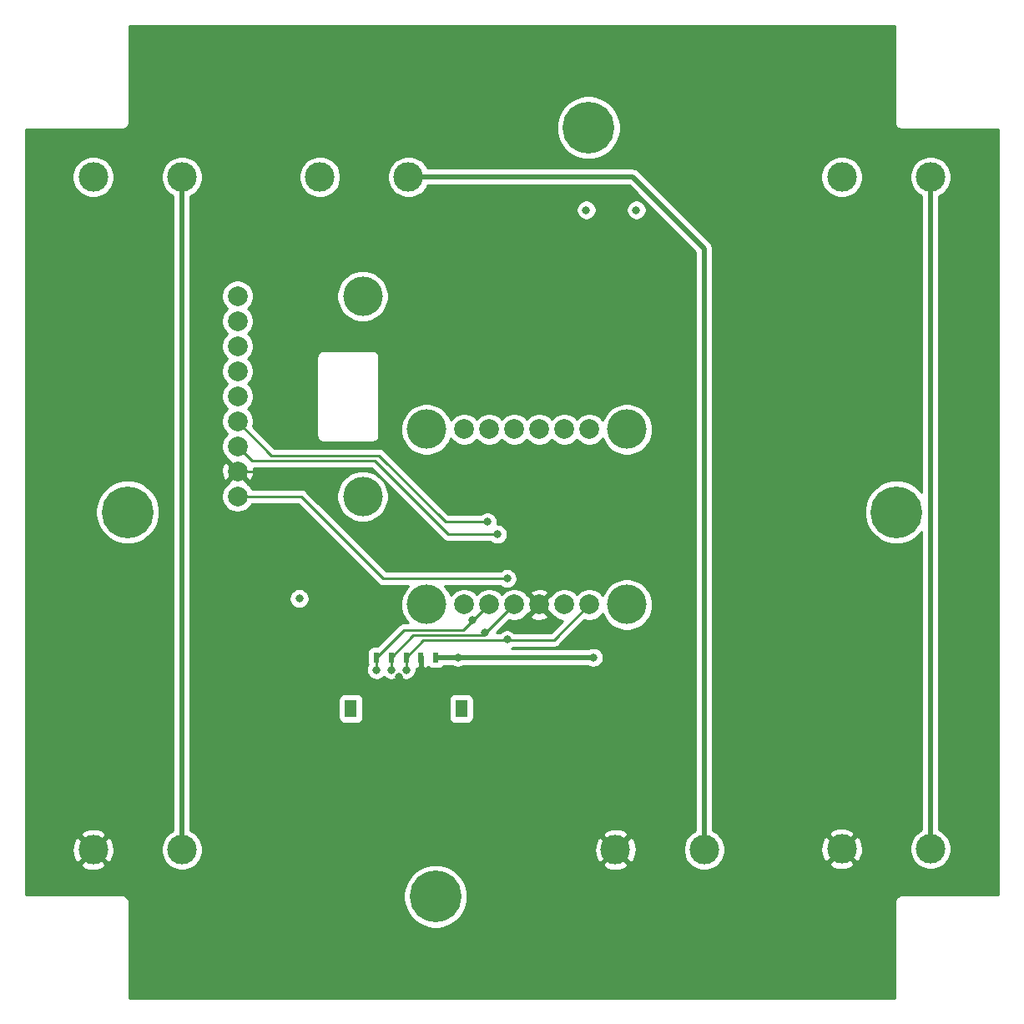
<source format=gbr>
%TF.GenerationSoftware,KiCad,Pcbnew,(5.1.10)-1*%
%TF.CreationDate,2022-05-09T17:44:24-07:00*%
%TF.ProjectId,solar-panel-side-Z,736f6c61-722d-4706-916e-656c2d736964,1.0*%
%TF.SameCoordinates,Original*%
%TF.FileFunction,Copper,L4,Bot*%
%TF.FilePolarity,Positive*%
%FSLAX46Y46*%
G04 Gerber Fmt 4.6, Leading zero omitted, Abs format (unit mm)*
G04 Created by KiCad (PCBNEW (5.1.10)-1) date 2022-05-09 17:44:24*
%MOMM*%
%LPD*%
G01*
G04 APERTURE LIST*
%TA.AperFunction,ComponentPad*%
%ADD10C,5.250000*%
%TD*%
%TA.AperFunction,SMDPad,CuDef*%
%ADD11C,2.000000*%
%TD*%
%TA.AperFunction,SMDPad,CuDef*%
%ADD12C,4.000000*%
%TD*%
%TA.AperFunction,SMDPad,CuDef*%
%ADD13R,1.250000X1.800000*%
%TD*%
%TA.AperFunction,SMDPad,CuDef*%
%ADD14R,0.600000X1.000000*%
%TD*%
%TA.AperFunction,ComponentPad*%
%ADD15C,3.000000*%
%TD*%
%TA.AperFunction,ViaPad*%
%ADD16C,0.800000*%
%TD*%
%TA.AperFunction,Conductor*%
%ADD17C,0.250000*%
%TD*%
%TA.AperFunction,Conductor*%
%ADD18C,0.500000*%
%TD*%
%TA.AperFunction,Conductor*%
%ADD19C,0.254000*%
%TD*%
%TA.AperFunction,Conductor*%
%ADD20C,0.100000*%
%TD*%
G04 APERTURE END LIST*
D10*
%TO.P,J5,1*%
%TO.N,Net-(J5-Pad1)*%
X188500000Y-85000000D03*
%TD*%
%TO.P,J4,1*%
%TO.N,Net-(J4-Pad1)*%
X157250000Y-46000000D03*
%TD*%
%TO.P,J3,1*%
%TO.N,Net-(J3-Pad1)*%
X141750000Y-124000000D03*
%TD*%
%TO.P,J2,1*%
%TO.N,Net-(J2-Pad1)*%
X110500000Y-85000000D03*
%TD*%
D11*
%TO.P,U4,11*%
%TO.N,Net-(U4-Pad11)*%
X147190000Y-76610000D03*
%TO.P,U4,12*%
%TO.N,Net-(U4-Pad12)*%
X144650000Y-76610000D03*
D12*
%TO.P,U4,16*%
%TO.N,Net-(U4-Pad16)*%
X140840000Y-76610000D03*
D11*
%TO.P,U4,7*%
%TO.N,Net-(U4-Pad7)*%
X157350000Y-76610000D03*
D12*
%TO.P,U4,15*%
%TO.N,Net-(U4-Pad15)*%
X161160000Y-76610000D03*
D11*
%TO.P,U4,8*%
%TO.N,Net-(U4-Pad8)*%
X154810000Y-76610000D03*
%TO.P,U4,9*%
%TO.N,Net-(U4-Pad9)*%
X152270000Y-76610000D03*
%TO.P,U4,10*%
%TO.N,Net-(U4-Pad10)*%
X149730000Y-76610000D03*
D12*
%TO.P,U4,13*%
%TO.N,Net-(U4-Pad13)*%
X161160000Y-94390000D03*
D11*
%TO.P,U4,2*%
%TO.N,Net-(U4-Pad2)*%
X154810000Y-94390000D03*
%TO.P,U4,3*%
%TO.N,GND*%
X152270000Y-94390000D03*
%TO.P,U4,1*%
%TO.N,+3V3*%
X157350000Y-94390000D03*
%TO.P,U4,6*%
%TO.N,Net-(U4-Pad6)*%
X144650000Y-94390000D03*
%TO.P,U4,5*%
%TO.N,SDA*%
X147190000Y-94390000D03*
%TO.P,U4,4*%
%TO.N,SCL*%
X149730000Y-94390000D03*
D12*
%TO.P,U4,14*%
%TO.N,Net-(U4-Pad14)*%
X140840000Y-94390000D03*
%TD*%
D13*
%TO.P,J1,7*%
%TO.N,Net-(J1-Pad7)*%
X133145001Y-104940000D03*
%TO.P,J1,6*%
%TO.N,Net-(J1-Pad6)*%
X144354999Y-104940000D03*
D14*
%TO.P,J1,5*%
%TO.N,SDA*%
X135749999Y-99750000D03*
%TO.P,J1,4*%
%TO.N,SCL*%
X137249999Y-99750000D03*
%TO.P,J1,3*%
%TO.N,+3V3*%
X138750001Y-99750000D03*
%TO.P,J1,2*%
%TO.N,GND*%
X140250000Y-99750000D03*
%TO.P,J1,1*%
%TO.N,VSOLAR*%
X141750000Y-99750000D03*
%TD*%
D11*
%TO.P,U5,4*%
%TO.N,SDA*%
X121650000Y-75790000D03*
%TO.P,U5,5*%
%TO.N,Net-(U5-Pad5)*%
X121650000Y-73250000D03*
%TO.P,U5,6*%
%TO.N,Net-(U5-Pad6)*%
X121650000Y-70710000D03*
%TO.P,U5,1*%
%TO.N,+3V3*%
X121650000Y-83410000D03*
%TO.P,U5,3*%
%TO.N,SCL*%
X121650000Y-78330000D03*
%TO.P,U5,2*%
%TO.N,GND*%
X121650000Y-80870000D03*
D12*
%TO.P,U5,11*%
%TO.N,Net-(U5-Pad11)*%
X134350000Y-63090000D03*
%TO.P,U5,10*%
%TO.N,Net-(U5-Pad10)*%
X134350000Y-83410000D03*
D11*
%TO.P,U5,8*%
%TO.N,Net-(U5-Pad8)*%
X121650000Y-65630000D03*
%TO.P,U5,7*%
%TO.N,Net-(U5-Pad7)*%
X121650000Y-68170000D03*
%TO.P,U5,9*%
%TO.N,Net-(U5-Pad9)*%
X121650000Y-63090000D03*
%TD*%
D15*
%TO.P,SC5,2*%
%TO.N,Net-(SC5-Pad2)*%
X191952000Y-51008000D03*
%TO.P,SC5,1*%
%TO.N,Net-(D3-Pad2)*%
X182952000Y-51008000D03*
%TD*%
%TO.P,SC4,1*%
%TO.N,Net-(SC3-Pad2)*%
X169000000Y-119250000D03*
%TO.P,SC4,2*%
%TO.N,GND*%
X160000000Y-119250000D03*
%TD*%
%TO.P,SC6,1*%
%TO.N,Net-(SC5-Pad2)*%
X191952000Y-119172000D03*
%TO.P,SC6,2*%
%TO.N,GND*%
X182952000Y-119172000D03*
%TD*%
%TO.P,SC3,1*%
%TO.N,Net-(D2-Pad2)*%
X130000000Y-51000000D03*
%TO.P,SC3,2*%
%TO.N,Net-(SC3-Pad2)*%
X139000000Y-51000000D03*
%TD*%
%TO.P,SC2,2*%
%TO.N,GND*%
X107006000Y-119250000D03*
%TO.P,SC2,1*%
%TO.N,Net-(SC1-Pad2)*%
X116006000Y-119250000D03*
%TD*%
%TO.P,SC1,2*%
%TO.N,Net-(SC1-Pad2)*%
X116006000Y-51008000D03*
%TO.P,SC1,1*%
%TO.N,Net-(D1-Pad2)*%
X107006000Y-51008000D03*
%TD*%
D16*
%TO.N,GND*%
X138000000Y-101750000D03*
X157110000Y-69390000D03*
X153750000Y-80500000D03*
%TO.N,+3V3*%
X138750000Y-101000000D03*
X149000000Y-97950010D03*
X149000000Y-91750000D03*
%TO.N,VSOLAR*%
X157750000Y-99750000D03*
X144000000Y-99750000D03*
%TO.N,SDA*%
X135750000Y-101000000D03*
X145500000Y-96000000D03*
X147000000Y-86000000D03*
%TO.N,SCL*%
X146750000Y-97250000D03*
X137250000Y-101000000D03*
X148000000Y-87250000D03*
%TO.N,Net-(U2-Pad6)*%
X162110000Y-54352000D03*
X157030000Y-54352000D03*
X127924000Y-93782000D03*
%TD*%
D17*
%TO.N,GND*%
X121650000Y-80870000D02*
X129120000Y-80870000D01*
X129120000Y-80870000D02*
X129120000Y-80870000D01*
%TO.N,+3V3*%
X138750001Y-99750000D02*
X138750000Y-100500001D01*
X138750000Y-100500001D02*
X138750000Y-101000000D01*
X138750000Y-101000000D02*
X138750000Y-101000000D01*
X121650000Y-83410000D02*
X128090000Y-83410000D01*
X128090000Y-83410000D02*
X136430000Y-91750000D01*
X136430000Y-91750000D02*
X149000000Y-91750000D01*
X140500001Y-98000000D02*
X138750001Y-99750000D01*
X153740000Y-98000000D02*
X140500001Y-98000000D01*
X157350000Y-94390000D02*
X153740000Y-98000000D01*
D18*
%TO.N,VSOLAR*%
X143000000Y-99750000D02*
X157176002Y-99750000D01*
X157176002Y-99750000D02*
X157750000Y-99750000D01*
X141750000Y-99750000D02*
X143000000Y-99750000D01*
%TO.N,Net-(SC1-Pad2)*%
X116006000Y-51008000D02*
X116006000Y-119426000D01*
%TO.N,Net-(SC3-Pad2)*%
X139000000Y-51000000D02*
X161750000Y-51000000D01*
X169000000Y-58250000D02*
X169000000Y-119250000D01*
X161750000Y-51000000D02*
X169000000Y-58250000D01*
D17*
%TO.N,SDA*%
X135749999Y-99750000D02*
X135750000Y-100500001D01*
X135750000Y-100500001D02*
X135750000Y-101000000D01*
X135750000Y-101000000D02*
X135750000Y-101000000D01*
X144580000Y-97000000D02*
X147190000Y-94390000D01*
X138499999Y-97000000D02*
X144580000Y-97000000D01*
X135749999Y-99750000D02*
X138499999Y-97000000D01*
X136000000Y-79250000D02*
X142750000Y-86000000D01*
X142750000Y-86000000D02*
X147000000Y-86000000D01*
X125110000Y-79250000D02*
X136000000Y-79250000D01*
X121650000Y-75790000D02*
X125110000Y-79250000D01*
%TO.N,SCL*%
X137249999Y-99750000D02*
X137250000Y-100500001D01*
X137250000Y-100500001D02*
X137250000Y-101000000D01*
X137250000Y-101000000D02*
X137250000Y-101000000D01*
X146620000Y-97500000D02*
X149730000Y-94390000D01*
X139499999Y-97500000D02*
X146620000Y-97500000D01*
X137249999Y-99750000D02*
X139499999Y-97500000D01*
X123143002Y-79823002D02*
X121650000Y-78330000D01*
X123143002Y-79823002D02*
X135573002Y-79823002D01*
X143000000Y-87250000D02*
X148000000Y-87250000D01*
X135573002Y-79823002D02*
X143000000Y-87250000D01*
D18*
%TO.N,Net-(SC5-Pad2)*%
X191952000Y-51008000D02*
X191952000Y-119172000D01*
%TD*%
D19*
%TO.N,GND*%
X188340001Y-45467571D02*
X188336807Y-45500000D01*
X188349550Y-45629383D01*
X188387290Y-45753793D01*
X188448575Y-45868450D01*
X188531052Y-45968948D01*
X188631550Y-46051425D01*
X188746207Y-46112710D01*
X188870617Y-46150450D01*
X188967581Y-46160000D01*
X189000000Y-46163193D01*
X189032419Y-46160000D01*
X198840000Y-46160000D01*
X198840001Y-123840000D01*
X189032419Y-123840000D01*
X189000000Y-123836807D01*
X188967581Y-123840000D01*
X188870617Y-123849550D01*
X188746207Y-123887290D01*
X188631550Y-123948575D01*
X188531052Y-124031052D01*
X188448575Y-124131550D01*
X188387290Y-124246207D01*
X188349550Y-124370617D01*
X188336807Y-124500000D01*
X188340000Y-124532418D01*
X188340001Y-134340000D01*
X110660000Y-134340000D01*
X110660000Y-124532418D01*
X110663193Y-124500000D01*
X110650450Y-124370617D01*
X110612710Y-124246207D01*
X110551425Y-124131550D01*
X110468948Y-124031052D01*
X110368450Y-123948575D01*
X110253793Y-123887290D01*
X110129383Y-123849550D01*
X110032419Y-123840000D01*
X110000000Y-123836807D01*
X109967581Y-123840000D01*
X100160000Y-123840000D01*
X100160000Y-123678918D01*
X138490000Y-123678918D01*
X138490000Y-124321082D01*
X138615280Y-124950907D01*
X138861025Y-125544189D01*
X139217792Y-126078129D01*
X139671871Y-126532208D01*
X140205811Y-126888975D01*
X140799093Y-127134720D01*
X141428918Y-127260000D01*
X142071082Y-127260000D01*
X142700907Y-127134720D01*
X143294189Y-126888975D01*
X143828129Y-126532208D01*
X144282208Y-126078129D01*
X144638975Y-125544189D01*
X144884720Y-124950907D01*
X145010000Y-124321082D01*
X145010000Y-123678918D01*
X144884720Y-123049093D01*
X144638975Y-122455811D01*
X144282208Y-121921871D01*
X143828129Y-121467792D01*
X143294189Y-121111025D01*
X142700907Y-120865280D01*
X142079393Y-120741653D01*
X158687952Y-120741653D01*
X158843962Y-121057214D01*
X159218745Y-121248020D01*
X159623551Y-121362044D01*
X160042824Y-121394902D01*
X160460451Y-121345334D01*
X160860383Y-121215243D01*
X161156038Y-121057214D01*
X161312048Y-120741653D01*
X160000000Y-119429605D01*
X158687952Y-120741653D01*
X142079393Y-120741653D01*
X142071082Y-120740000D01*
X141428918Y-120740000D01*
X140799093Y-120865280D01*
X140205811Y-121111025D01*
X139671871Y-121467792D01*
X139217792Y-121921871D01*
X138861025Y-122455811D01*
X138615280Y-123049093D01*
X138490000Y-123678918D01*
X100160000Y-123678918D01*
X100160000Y-120741653D01*
X105693952Y-120741653D01*
X105849962Y-121057214D01*
X106224745Y-121248020D01*
X106629551Y-121362044D01*
X107048824Y-121394902D01*
X107466451Y-121345334D01*
X107866383Y-121215243D01*
X108162038Y-121057214D01*
X108318048Y-120741653D01*
X107006000Y-119429605D01*
X105693952Y-120741653D01*
X100160000Y-120741653D01*
X100160000Y-119292824D01*
X104861098Y-119292824D01*
X104910666Y-119710451D01*
X105040757Y-120110383D01*
X105198786Y-120406038D01*
X105514347Y-120562048D01*
X106826395Y-119250000D01*
X107185605Y-119250000D01*
X108497653Y-120562048D01*
X108813214Y-120406038D01*
X109004020Y-120031255D01*
X109118044Y-119626449D01*
X109150902Y-119207176D01*
X109101334Y-118789549D01*
X108971243Y-118389617D01*
X108813214Y-118093962D01*
X108497653Y-117937952D01*
X107185605Y-119250000D01*
X106826395Y-119250000D01*
X105514347Y-117937952D01*
X105198786Y-118093962D01*
X105007980Y-118468745D01*
X104893956Y-118873551D01*
X104861098Y-119292824D01*
X100160000Y-119292824D01*
X100160000Y-117758347D01*
X105693952Y-117758347D01*
X107006000Y-119070395D01*
X108318048Y-117758347D01*
X108162038Y-117442786D01*
X107787255Y-117251980D01*
X107382449Y-117137956D01*
X106963176Y-117105098D01*
X106545549Y-117154666D01*
X106145617Y-117284757D01*
X105849962Y-117442786D01*
X105693952Y-117758347D01*
X100160000Y-117758347D01*
X100160000Y-84678918D01*
X107240000Y-84678918D01*
X107240000Y-85321082D01*
X107365280Y-85950907D01*
X107611025Y-86544189D01*
X107967792Y-87078129D01*
X108421871Y-87532208D01*
X108955811Y-87888975D01*
X109549093Y-88134720D01*
X110178918Y-88260000D01*
X110821082Y-88260000D01*
X111450907Y-88134720D01*
X112044189Y-87888975D01*
X112578129Y-87532208D01*
X113032208Y-87078129D01*
X113388975Y-86544189D01*
X113634720Y-85950907D01*
X113760000Y-85321082D01*
X113760000Y-84678918D01*
X113634720Y-84049093D01*
X113388975Y-83455811D01*
X113032208Y-82921871D01*
X112578129Y-82467792D01*
X112044189Y-82111025D01*
X111450907Y-81865280D01*
X110821082Y-81740000D01*
X110178918Y-81740000D01*
X109549093Y-81865280D01*
X108955811Y-82111025D01*
X108421871Y-82467792D01*
X107967792Y-82921871D01*
X107611025Y-83455811D01*
X107365280Y-84049093D01*
X107240000Y-84678918D01*
X100160000Y-84678918D01*
X100160000Y-50797721D01*
X104871000Y-50797721D01*
X104871000Y-51218279D01*
X104953047Y-51630756D01*
X105113988Y-52019302D01*
X105347637Y-52368983D01*
X105645017Y-52666363D01*
X105994698Y-52900012D01*
X106383244Y-53060953D01*
X106795721Y-53143000D01*
X107216279Y-53143000D01*
X107628756Y-53060953D01*
X108017302Y-52900012D01*
X108366983Y-52666363D01*
X108664363Y-52368983D01*
X108898012Y-52019302D01*
X109058953Y-51630756D01*
X109141000Y-51218279D01*
X109141000Y-50797721D01*
X113871000Y-50797721D01*
X113871000Y-51218279D01*
X113953047Y-51630756D01*
X114113988Y-52019302D01*
X114347637Y-52368983D01*
X114645017Y-52666363D01*
X114994698Y-52900012D01*
X115121000Y-52952328D01*
X115121001Y-117305672D01*
X114994698Y-117357988D01*
X114645017Y-117591637D01*
X114347637Y-117889017D01*
X114113988Y-118238698D01*
X113953047Y-118627244D01*
X113871000Y-119039721D01*
X113871000Y-119460279D01*
X113953047Y-119872756D01*
X114113988Y-120261302D01*
X114347637Y-120610983D01*
X114645017Y-120908363D01*
X114994698Y-121142012D01*
X115383244Y-121302953D01*
X115795721Y-121385000D01*
X116216279Y-121385000D01*
X116628756Y-121302953D01*
X117017302Y-121142012D01*
X117366983Y-120908363D01*
X117664363Y-120610983D01*
X117898012Y-120261302D01*
X118058953Y-119872756D01*
X118141000Y-119460279D01*
X118141000Y-119292824D01*
X157855098Y-119292824D01*
X157904666Y-119710451D01*
X158034757Y-120110383D01*
X158192786Y-120406038D01*
X158508347Y-120562048D01*
X159820395Y-119250000D01*
X160179605Y-119250000D01*
X161491653Y-120562048D01*
X161807214Y-120406038D01*
X161998020Y-120031255D01*
X162112044Y-119626449D01*
X162144902Y-119207176D01*
X162095334Y-118789549D01*
X161965243Y-118389617D01*
X161807214Y-118093962D01*
X161491653Y-117937952D01*
X160179605Y-119250000D01*
X159820395Y-119250000D01*
X158508347Y-117937952D01*
X158192786Y-118093962D01*
X158001980Y-118468745D01*
X157887956Y-118873551D01*
X157855098Y-119292824D01*
X118141000Y-119292824D01*
X118141000Y-119039721D01*
X118058953Y-118627244D01*
X117898012Y-118238698D01*
X117664363Y-117889017D01*
X117533693Y-117758347D01*
X158687952Y-117758347D01*
X160000000Y-119070395D01*
X161312048Y-117758347D01*
X161156038Y-117442786D01*
X160781255Y-117251980D01*
X160376449Y-117137956D01*
X159957176Y-117105098D01*
X159539549Y-117154666D01*
X159139617Y-117284757D01*
X158843962Y-117442786D01*
X158687952Y-117758347D01*
X117533693Y-117758347D01*
X117366983Y-117591637D01*
X117017302Y-117357988D01*
X116891000Y-117305672D01*
X116891000Y-104040000D01*
X131881929Y-104040000D01*
X131881929Y-105840000D01*
X131894189Y-105964482D01*
X131930499Y-106084180D01*
X131989464Y-106194494D01*
X132068816Y-106291185D01*
X132165507Y-106370537D01*
X132275821Y-106429502D01*
X132395519Y-106465812D01*
X132520001Y-106478072D01*
X133770001Y-106478072D01*
X133894483Y-106465812D01*
X134014181Y-106429502D01*
X134124495Y-106370537D01*
X134221186Y-106291185D01*
X134300538Y-106194494D01*
X134359503Y-106084180D01*
X134395813Y-105964482D01*
X134408073Y-105840000D01*
X134408073Y-104040000D01*
X143091927Y-104040000D01*
X143091927Y-105840000D01*
X143104187Y-105964482D01*
X143140497Y-106084180D01*
X143199462Y-106194494D01*
X143278814Y-106291185D01*
X143375505Y-106370537D01*
X143485819Y-106429502D01*
X143605517Y-106465812D01*
X143729999Y-106478072D01*
X144979999Y-106478072D01*
X145104481Y-106465812D01*
X145224179Y-106429502D01*
X145334493Y-106370537D01*
X145431184Y-106291185D01*
X145510536Y-106194494D01*
X145569501Y-106084180D01*
X145605811Y-105964482D01*
X145618071Y-105840000D01*
X145618071Y-104040000D01*
X145605811Y-103915518D01*
X145569501Y-103795820D01*
X145510536Y-103685506D01*
X145431184Y-103588815D01*
X145334493Y-103509463D01*
X145224179Y-103450498D01*
X145104481Y-103414188D01*
X144979999Y-103401928D01*
X143729999Y-103401928D01*
X143605517Y-103414188D01*
X143485819Y-103450498D01*
X143375505Y-103509463D01*
X143278814Y-103588815D01*
X143199462Y-103685506D01*
X143140497Y-103795820D01*
X143104187Y-103915518D01*
X143091927Y-104040000D01*
X134408073Y-104040000D01*
X134395813Y-103915518D01*
X134359503Y-103795820D01*
X134300538Y-103685506D01*
X134221186Y-103588815D01*
X134124495Y-103509463D01*
X134014181Y-103450498D01*
X133894483Y-103414188D01*
X133770001Y-103401928D01*
X132520001Y-103401928D01*
X132395519Y-103414188D01*
X132275821Y-103450498D01*
X132165507Y-103509463D01*
X132068816Y-103588815D01*
X131989464Y-103685506D01*
X131930499Y-103795820D01*
X131894189Y-103915518D01*
X131881929Y-104040000D01*
X116891000Y-104040000D01*
X116891000Y-93680061D01*
X126889000Y-93680061D01*
X126889000Y-93883939D01*
X126928774Y-94083898D01*
X127006795Y-94272256D01*
X127120063Y-94441774D01*
X127264226Y-94585937D01*
X127433744Y-94699205D01*
X127622102Y-94777226D01*
X127822061Y-94817000D01*
X128025939Y-94817000D01*
X128225898Y-94777226D01*
X128414256Y-94699205D01*
X128583774Y-94585937D01*
X128727937Y-94441774D01*
X128841205Y-94272256D01*
X128919226Y-94083898D01*
X128959000Y-93883939D01*
X128959000Y-93680061D01*
X128919226Y-93480102D01*
X128841205Y-93291744D01*
X128727937Y-93122226D01*
X128583774Y-92978063D01*
X128414256Y-92864795D01*
X128225898Y-92786774D01*
X128025939Y-92747000D01*
X127822061Y-92747000D01*
X127622102Y-92786774D01*
X127433744Y-92864795D01*
X127264226Y-92978063D01*
X127120063Y-93122226D01*
X127006795Y-93291744D01*
X126928774Y-93480102D01*
X126889000Y-93680061D01*
X116891000Y-93680061D01*
X116891000Y-83248967D01*
X120015000Y-83248967D01*
X120015000Y-83571033D01*
X120077832Y-83886912D01*
X120201082Y-84184463D01*
X120380013Y-84452252D01*
X120607748Y-84679987D01*
X120875537Y-84858918D01*
X121173088Y-84982168D01*
X121488967Y-85045000D01*
X121811033Y-85045000D01*
X122126912Y-84982168D01*
X122424463Y-84858918D01*
X122692252Y-84679987D01*
X122919987Y-84452252D01*
X123098918Y-84184463D01*
X123104909Y-84170000D01*
X127775199Y-84170000D01*
X135866201Y-92261003D01*
X135889999Y-92290001D01*
X135918997Y-92313799D01*
X136005723Y-92384974D01*
X136137753Y-92455546D01*
X136281014Y-92499003D01*
X136392667Y-92510000D01*
X136392676Y-92510000D01*
X136429999Y-92513676D01*
X136467322Y-92510000D01*
X138993547Y-92510000D01*
X138793262Y-92710285D01*
X138504893Y-93141859D01*
X138306261Y-93621399D01*
X138205000Y-94130475D01*
X138205000Y-94649525D01*
X138306261Y-95158601D01*
X138504893Y-95638141D01*
X138793262Y-96069715D01*
X138963547Y-96240000D01*
X138537321Y-96240000D01*
X138499998Y-96236324D01*
X138462675Y-96240000D01*
X138462666Y-96240000D01*
X138351013Y-96250997D01*
X138207752Y-96294454D01*
X138075723Y-96365026D01*
X137959998Y-96459999D01*
X137936200Y-96488997D01*
X135813270Y-98611928D01*
X135449999Y-98611928D01*
X135325517Y-98624188D01*
X135205819Y-98660498D01*
X135095505Y-98719463D01*
X134998814Y-98798815D01*
X134919462Y-98895506D01*
X134860497Y-99005820D01*
X134824187Y-99125518D01*
X134811927Y-99250000D01*
X134811927Y-100250000D01*
X134824187Y-100374482D01*
X134855095Y-100476370D01*
X134832795Y-100509744D01*
X134754774Y-100698102D01*
X134715000Y-100898061D01*
X134715000Y-101101939D01*
X134754774Y-101301898D01*
X134832795Y-101490256D01*
X134946063Y-101659774D01*
X135090226Y-101803937D01*
X135259744Y-101917205D01*
X135448102Y-101995226D01*
X135648061Y-102035000D01*
X135851939Y-102035000D01*
X136051898Y-101995226D01*
X136240256Y-101917205D01*
X136409774Y-101803937D01*
X136500000Y-101713711D01*
X136590226Y-101803937D01*
X136759744Y-101917205D01*
X136948102Y-101995226D01*
X137148061Y-102035000D01*
X137351939Y-102035000D01*
X137551898Y-101995226D01*
X137740256Y-101917205D01*
X137909774Y-101803937D01*
X138000000Y-101713711D01*
X138090226Y-101803937D01*
X138259744Y-101917205D01*
X138448102Y-101995226D01*
X138648061Y-102035000D01*
X138851939Y-102035000D01*
X139051898Y-101995226D01*
X139240256Y-101917205D01*
X139409774Y-101803937D01*
X139553937Y-101659774D01*
X139667205Y-101490256D01*
X139745226Y-101301898D01*
X139785000Y-101101939D01*
X139785000Y-100898061D01*
X139777688Y-100861303D01*
X139825518Y-100875812D01*
X139950000Y-100888072D01*
X139964250Y-100885000D01*
X140123000Y-100726250D01*
X140123000Y-99877000D01*
X140103000Y-99877000D01*
X140103000Y-99623000D01*
X140123000Y-99623000D01*
X140123000Y-99603000D01*
X140377000Y-99603000D01*
X140377000Y-99623000D01*
X140397000Y-99623000D01*
X140397000Y-99877000D01*
X140377000Y-99877000D01*
X140377000Y-100726250D01*
X140535750Y-100885000D01*
X140550000Y-100888072D01*
X140674482Y-100875812D01*
X140794180Y-100839502D01*
X140904494Y-100780537D01*
X141000000Y-100702158D01*
X141095506Y-100780537D01*
X141205820Y-100839502D01*
X141325518Y-100875812D01*
X141450000Y-100888072D01*
X142050000Y-100888072D01*
X142174482Y-100875812D01*
X142294180Y-100839502D01*
X142404494Y-100780537D01*
X142501185Y-100701185D01*
X142555501Y-100635000D01*
X143461546Y-100635000D01*
X143509744Y-100667205D01*
X143698102Y-100745226D01*
X143898061Y-100785000D01*
X144101939Y-100785000D01*
X144301898Y-100745226D01*
X144490256Y-100667205D01*
X144538454Y-100635000D01*
X157211546Y-100635000D01*
X157259744Y-100667205D01*
X157448102Y-100745226D01*
X157648061Y-100785000D01*
X157851939Y-100785000D01*
X158051898Y-100745226D01*
X158240256Y-100667205D01*
X158409774Y-100553937D01*
X158553937Y-100409774D01*
X158667205Y-100240256D01*
X158745226Y-100051898D01*
X158785000Y-99851939D01*
X158785000Y-99648061D01*
X158745226Y-99448102D01*
X158667205Y-99259744D01*
X158553937Y-99090226D01*
X158409774Y-98946063D01*
X158240256Y-98832795D01*
X158051898Y-98754774D01*
X157851939Y-98715000D01*
X157648061Y-98715000D01*
X157448102Y-98754774D01*
X157259744Y-98832795D01*
X157211546Y-98865000D01*
X149493571Y-98865000D01*
X149650715Y-98760000D01*
X153702678Y-98760000D01*
X153740000Y-98763676D01*
X153777322Y-98760000D01*
X153777333Y-98760000D01*
X153888986Y-98749003D01*
X154032247Y-98705546D01*
X154164276Y-98634974D01*
X154280001Y-98540001D01*
X154303804Y-98510997D01*
X156858625Y-95956177D01*
X156873088Y-95962168D01*
X157188967Y-96025000D01*
X157511033Y-96025000D01*
X157826912Y-95962168D01*
X158124463Y-95838918D01*
X158392252Y-95659987D01*
X158619987Y-95432252D01*
X158693833Y-95321734D01*
X158824893Y-95638141D01*
X159113262Y-96069715D01*
X159480285Y-96436738D01*
X159911859Y-96725107D01*
X160391399Y-96923739D01*
X160900475Y-97025000D01*
X161419525Y-97025000D01*
X161928601Y-96923739D01*
X162408141Y-96725107D01*
X162839715Y-96436738D01*
X163206738Y-96069715D01*
X163495107Y-95638141D01*
X163693739Y-95158601D01*
X163795000Y-94649525D01*
X163795000Y-94130475D01*
X163693739Y-93621399D01*
X163495107Y-93141859D01*
X163206738Y-92710285D01*
X162839715Y-92343262D01*
X162408141Y-92054893D01*
X161928601Y-91856261D01*
X161419525Y-91755000D01*
X160900475Y-91755000D01*
X160391399Y-91856261D01*
X159911859Y-92054893D01*
X159480285Y-92343262D01*
X159113262Y-92710285D01*
X158824893Y-93141859D01*
X158693833Y-93458266D01*
X158619987Y-93347748D01*
X158392252Y-93120013D01*
X158124463Y-92941082D01*
X157826912Y-92817832D01*
X157511033Y-92755000D01*
X157188967Y-92755000D01*
X156873088Y-92817832D01*
X156575537Y-92941082D01*
X156307748Y-93120013D01*
X156080013Y-93347748D01*
X156080000Y-93347767D01*
X156079987Y-93347748D01*
X155852252Y-93120013D01*
X155584463Y-92941082D01*
X155286912Y-92817832D01*
X154971033Y-92755000D01*
X154648967Y-92755000D01*
X154333088Y-92817832D01*
X154035537Y-92941082D01*
X153767748Y-93120013D01*
X153540013Y-93347748D01*
X153467280Y-93456600D01*
X153405413Y-93434192D01*
X152449605Y-94390000D01*
X153405413Y-95345808D01*
X153467280Y-95323400D01*
X153540013Y-95432252D01*
X153767748Y-95659987D01*
X154035537Y-95838918D01*
X154333088Y-95962168D01*
X154641653Y-96023545D01*
X153425199Y-97240000D01*
X149753701Y-97240000D01*
X149659774Y-97146073D01*
X149490256Y-97032805D01*
X149301898Y-96954784D01*
X149101939Y-96915010D01*
X148898061Y-96915010D01*
X148698102Y-96954784D01*
X148509744Y-97032805D01*
X148340226Y-97146073D01*
X148246299Y-97240000D01*
X147954801Y-97240000D01*
X149238625Y-95956177D01*
X149253088Y-95962168D01*
X149568967Y-96025000D01*
X149891033Y-96025000D01*
X150206912Y-95962168D01*
X150504463Y-95838918D01*
X150772252Y-95659987D01*
X150906826Y-95525413D01*
X151314192Y-95525413D01*
X151409956Y-95789814D01*
X151699571Y-95930704D01*
X152011108Y-96012384D01*
X152332595Y-96031718D01*
X152651675Y-95987961D01*
X152956088Y-95882795D01*
X153130044Y-95789814D01*
X153225808Y-95525413D01*
X152270000Y-94569605D01*
X151314192Y-95525413D01*
X150906826Y-95525413D01*
X150999987Y-95432252D01*
X151072720Y-95323400D01*
X151134587Y-95345808D01*
X152090395Y-94390000D01*
X151134587Y-93434192D01*
X151072720Y-93456600D01*
X150999987Y-93347748D01*
X150906826Y-93254587D01*
X151314192Y-93254587D01*
X152270000Y-94210395D01*
X153225808Y-93254587D01*
X153130044Y-92990186D01*
X152840429Y-92849296D01*
X152528892Y-92767616D01*
X152207405Y-92748282D01*
X151888325Y-92792039D01*
X151583912Y-92897205D01*
X151409956Y-92990186D01*
X151314192Y-93254587D01*
X150906826Y-93254587D01*
X150772252Y-93120013D01*
X150504463Y-92941082D01*
X150206912Y-92817832D01*
X149891033Y-92755000D01*
X149568967Y-92755000D01*
X149253088Y-92817832D01*
X148955537Y-92941082D01*
X148687748Y-93120013D01*
X148460013Y-93347748D01*
X148460000Y-93347767D01*
X148459987Y-93347748D01*
X148232252Y-93120013D01*
X147964463Y-92941082D01*
X147666912Y-92817832D01*
X147351033Y-92755000D01*
X147028967Y-92755000D01*
X146713088Y-92817832D01*
X146415537Y-92941082D01*
X146147748Y-93120013D01*
X145920013Y-93347748D01*
X145920000Y-93347767D01*
X145919987Y-93347748D01*
X145692252Y-93120013D01*
X145424463Y-92941082D01*
X145126912Y-92817832D01*
X144811033Y-92755000D01*
X144488967Y-92755000D01*
X144173088Y-92817832D01*
X143875537Y-92941082D01*
X143607748Y-93120013D01*
X143380013Y-93347748D01*
X143306167Y-93458266D01*
X143175107Y-93141859D01*
X142886738Y-92710285D01*
X142686453Y-92510000D01*
X148296289Y-92510000D01*
X148340226Y-92553937D01*
X148509744Y-92667205D01*
X148698102Y-92745226D01*
X148898061Y-92785000D01*
X149101939Y-92785000D01*
X149301898Y-92745226D01*
X149490256Y-92667205D01*
X149659774Y-92553937D01*
X149803937Y-92409774D01*
X149917205Y-92240256D01*
X149995226Y-92051898D01*
X150035000Y-91851939D01*
X150035000Y-91648061D01*
X149995226Y-91448102D01*
X149917205Y-91259744D01*
X149803937Y-91090226D01*
X149659774Y-90946063D01*
X149490256Y-90832795D01*
X149301898Y-90754774D01*
X149101939Y-90715000D01*
X148898061Y-90715000D01*
X148698102Y-90754774D01*
X148509744Y-90832795D01*
X148340226Y-90946063D01*
X148296289Y-90990000D01*
X136744802Y-90990000D01*
X128905277Y-83150475D01*
X131715000Y-83150475D01*
X131715000Y-83669525D01*
X131816261Y-84178601D01*
X132014893Y-84658141D01*
X132303262Y-85089715D01*
X132670285Y-85456738D01*
X133101859Y-85745107D01*
X133581399Y-85943739D01*
X134090475Y-86045000D01*
X134609525Y-86045000D01*
X135118601Y-85943739D01*
X135598141Y-85745107D01*
X136029715Y-85456738D01*
X136396738Y-85089715D01*
X136685107Y-84658141D01*
X136883739Y-84178601D01*
X136985000Y-83669525D01*
X136985000Y-83150475D01*
X136883739Y-82641399D01*
X136685107Y-82161859D01*
X136396738Y-81730285D01*
X136029715Y-81363262D01*
X135598141Y-81074893D01*
X135118601Y-80876261D01*
X134609525Y-80775000D01*
X134090475Y-80775000D01*
X133581399Y-80876261D01*
X133101859Y-81074893D01*
X132670285Y-81363262D01*
X132303262Y-81730285D01*
X132014893Y-82161859D01*
X131816261Y-82641399D01*
X131715000Y-83150475D01*
X128905277Y-83150475D01*
X128653804Y-82899003D01*
X128630001Y-82869999D01*
X128514276Y-82775026D01*
X128382247Y-82704454D01*
X128238986Y-82660997D01*
X128127333Y-82650000D01*
X128127322Y-82650000D01*
X128090000Y-82646324D01*
X128052678Y-82650000D01*
X123104909Y-82650000D01*
X123098918Y-82635537D01*
X122919987Y-82367748D01*
X122692252Y-82140013D01*
X122583400Y-82067280D01*
X122605808Y-82005413D01*
X121650000Y-81049605D01*
X120694192Y-82005413D01*
X120716600Y-82067280D01*
X120607748Y-82140013D01*
X120380013Y-82367748D01*
X120201082Y-82635537D01*
X120077832Y-82933088D01*
X120015000Y-83248967D01*
X116891000Y-83248967D01*
X116891000Y-80932595D01*
X120008282Y-80932595D01*
X120052039Y-81251675D01*
X120157205Y-81556088D01*
X120250186Y-81730044D01*
X120514587Y-81825808D01*
X121470395Y-80870000D01*
X120514587Y-79914192D01*
X120250186Y-80009956D01*
X120109296Y-80299571D01*
X120027616Y-80611108D01*
X120008282Y-80932595D01*
X116891000Y-80932595D01*
X116891000Y-62928967D01*
X120015000Y-62928967D01*
X120015000Y-63251033D01*
X120077832Y-63566912D01*
X120201082Y-63864463D01*
X120380013Y-64132252D01*
X120607748Y-64359987D01*
X120607767Y-64360000D01*
X120607748Y-64360013D01*
X120380013Y-64587748D01*
X120201082Y-64855537D01*
X120077832Y-65153088D01*
X120015000Y-65468967D01*
X120015000Y-65791033D01*
X120077832Y-66106912D01*
X120201082Y-66404463D01*
X120380013Y-66672252D01*
X120607748Y-66899987D01*
X120607767Y-66900000D01*
X120607748Y-66900013D01*
X120380013Y-67127748D01*
X120201082Y-67395537D01*
X120077832Y-67693088D01*
X120015000Y-68008967D01*
X120015000Y-68331033D01*
X120077832Y-68646912D01*
X120201082Y-68944463D01*
X120380013Y-69212252D01*
X120607748Y-69439987D01*
X120607767Y-69440000D01*
X120607748Y-69440013D01*
X120380013Y-69667748D01*
X120201082Y-69935537D01*
X120077832Y-70233088D01*
X120015000Y-70548967D01*
X120015000Y-70871033D01*
X120077832Y-71186912D01*
X120201082Y-71484463D01*
X120380013Y-71752252D01*
X120607748Y-71979987D01*
X120607767Y-71980000D01*
X120607748Y-71980013D01*
X120380013Y-72207748D01*
X120201082Y-72475537D01*
X120077832Y-72773088D01*
X120015000Y-73088967D01*
X120015000Y-73411033D01*
X120077832Y-73726912D01*
X120201082Y-74024463D01*
X120380013Y-74292252D01*
X120607748Y-74519987D01*
X120607767Y-74520000D01*
X120607748Y-74520013D01*
X120380013Y-74747748D01*
X120201082Y-75015537D01*
X120077832Y-75313088D01*
X120015000Y-75628967D01*
X120015000Y-75951033D01*
X120077832Y-76266912D01*
X120201082Y-76564463D01*
X120380013Y-76832252D01*
X120607748Y-77059987D01*
X120607767Y-77060000D01*
X120607748Y-77060013D01*
X120380013Y-77287748D01*
X120201082Y-77555537D01*
X120077832Y-77853088D01*
X120015000Y-78168967D01*
X120015000Y-78491033D01*
X120077832Y-78806912D01*
X120201082Y-79104463D01*
X120380013Y-79372252D01*
X120607748Y-79599987D01*
X120716600Y-79672720D01*
X120694192Y-79734587D01*
X121650000Y-80690395D01*
X121664143Y-80676253D01*
X121843748Y-80855858D01*
X121829605Y-80870000D01*
X122785413Y-81825808D01*
X123049814Y-81730044D01*
X123190704Y-81440429D01*
X123272384Y-81128892D01*
X123291718Y-80807405D01*
X123260945Y-80583002D01*
X135258201Y-80583002D01*
X142436201Y-87761003D01*
X142459999Y-87790001D01*
X142575724Y-87884974D01*
X142707753Y-87955546D01*
X142851014Y-87999003D01*
X142962667Y-88010000D01*
X142962676Y-88010000D01*
X142999999Y-88013676D01*
X143037322Y-88010000D01*
X147296289Y-88010000D01*
X147340226Y-88053937D01*
X147509744Y-88167205D01*
X147698102Y-88245226D01*
X147898061Y-88285000D01*
X148101939Y-88285000D01*
X148301898Y-88245226D01*
X148490256Y-88167205D01*
X148659774Y-88053937D01*
X148803937Y-87909774D01*
X148917205Y-87740256D01*
X148995226Y-87551898D01*
X149035000Y-87351939D01*
X149035000Y-87148061D01*
X148995226Y-86948102D01*
X148917205Y-86759744D01*
X148803937Y-86590226D01*
X148659774Y-86446063D01*
X148490256Y-86332795D01*
X148301898Y-86254774D01*
X148101939Y-86215000D01*
X148012511Y-86215000D01*
X148035000Y-86101939D01*
X148035000Y-85898061D01*
X147995226Y-85698102D01*
X147917205Y-85509744D01*
X147803937Y-85340226D01*
X147659774Y-85196063D01*
X147490256Y-85082795D01*
X147301898Y-85004774D01*
X147101939Y-84965000D01*
X146898061Y-84965000D01*
X146698102Y-85004774D01*
X146509744Y-85082795D01*
X146340226Y-85196063D01*
X146296289Y-85240000D01*
X143064802Y-85240000D01*
X136563804Y-78739003D01*
X136540001Y-78709999D01*
X136424276Y-78615026D01*
X136292247Y-78544454D01*
X136148986Y-78500997D01*
X136037333Y-78490000D01*
X136037322Y-78490000D01*
X136000000Y-78486324D01*
X135962678Y-78490000D01*
X125424802Y-78490000D01*
X123216177Y-76281376D01*
X123222168Y-76266912D01*
X123285000Y-75951033D01*
X123285000Y-75628967D01*
X123222168Y-75313088D01*
X123098918Y-75015537D01*
X122919987Y-74747748D01*
X122692252Y-74520013D01*
X122692233Y-74520000D01*
X122692252Y-74519987D01*
X122919987Y-74292252D01*
X123098918Y-74024463D01*
X123222168Y-73726912D01*
X123285000Y-73411033D01*
X123285000Y-73088967D01*
X123222168Y-72773088D01*
X123098918Y-72475537D01*
X122919987Y-72207748D01*
X122692252Y-71980013D01*
X122692233Y-71980000D01*
X122692252Y-71979987D01*
X122919987Y-71752252D01*
X123098918Y-71484463D01*
X123222168Y-71186912D01*
X123285000Y-70871033D01*
X123285000Y-70548967D01*
X123222168Y-70233088D01*
X123098918Y-69935537D01*
X122919987Y-69667748D01*
X122692252Y-69440013D01*
X122692233Y-69440000D01*
X122692252Y-69439987D01*
X122882239Y-69250000D01*
X129686807Y-69250000D01*
X129690001Y-69282429D01*
X129690000Y-77217581D01*
X129686807Y-77250000D01*
X129699550Y-77379383D01*
X129737290Y-77503793D01*
X129798575Y-77618450D01*
X129826316Y-77652252D01*
X129881052Y-77718948D01*
X129981550Y-77801425D01*
X130096207Y-77862710D01*
X130220617Y-77900450D01*
X130350000Y-77913193D01*
X130382419Y-77910000D01*
X135317581Y-77910000D01*
X135350000Y-77913193D01*
X135382419Y-77910000D01*
X135479383Y-77900450D01*
X135603793Y-77862710D01*
X135718450Y-77801425D01*
X135818948Y-77718948D01*
X135901425Y-77618450D01*
X135962710Y-77503793D01*
X136000450Y-77379383D01*
X136013193Y-77250000D01*
X136010000Y-77217581D01*
X136010000Y-76350475D01*
X138205000Y-76350475D01*
X138205000Y-76869525D01*
X138306261Y-77378601D01*
X138504893Y-77858141D01*
X138793262Y-78289715D01*
X139160285Y-78656738D01*
X139591859Y-78945107D01*
X140071399Y-79143739D01*
X140580475Y-79245000D01*
X141099525Y-79245000D01*
X141608601Y-79143739D01*
X142088141Y-78945107D01*
X142519715Y-78656738D01*
X142886738Y-78289715D01*
X143175107Y-77858141D01*
X143306167Y-77541734D01*
X143380013Y-77652252D01*
X143607748Y-77879987D01*
X143875537Y-78058918D01*
X144173088Y-78182168D01*
X144488967Y-78245000D01*
X144811033Y-78245000D01*
X145126912Y-78182168D01*
X145424463Y-78058918D01*
X145692252Y-77879987D01*
X145919987Y-77652252D01*
X145920000Y-77652233D01*
X145920013Y-77652252D01*
X146147748Y-77879987D01*
X146415537Y-78058918D01*
X146713088Y-78182168D01*
X147028967Y-78245000D01*
X147351033Y-78245000D01*
X147666912Y-78182168D01*
X147964463Y-78058918D01*
X148232252Y-77879987D01*
X148459987Y-77652252D01*
X148460000Y-77652233D01*
X148460013Y-77652252D01*
X148687748Y-77879987D01*
X148955537Y-78058918D01*
X149253088Y-78182168D01*
X149568967Y-78245000D01*
X149891033Y-78245000D01*
X150206912Y-78182168D01*
X150504463Y-78058918D01*
X150772252Y-77879987D01*
X150999987Y-77652252D01*
X151000000Y-77652233D01*
X151000013Y-77652252D01*
X151227748Y-77879987D01*
X151495537Y-78058918D01*
X151793088Y-78182168D01*
X152108967Y-78245000D01*
X152431033Y-78245000D01*
X152746912Y-78182168D01*
X153044463Y-78058918D01*
X153312252Y-77879987D01*
X153539987Y-77652252D01*
X153540000Y-77652233D01*
X153540013Y-77652252D01*
X153767748Y-77879987D01*
X154035537Y-78058918D01*
X154333088Y-78182168D01*
X154648967Y-78245000D01*
X154971033Y-78245000D01*
X155286912Y-78182168D01*
X155584463Y-78058918D01*
X155852252Y-77879987D01*
X156079987Y-77652252D01*
X156080000Y-77652233D01*
X156080013Y-77652252D01*
X156307748Y-77879987D01*
X156575537Y-78058918D01*
X156873088Y-78182168D01*
X157188967Y-78245000D01*
X157511033Y-78245000D01*
X157826912Y-78182168D01*
X158124463Y-78058918D01*
X158392252Y-77879987D01*
X158619987Y-77652252D01*
X158693833Y-77541734D01*
X158824893Y-77858141D01*
X159113262Y-78289715D01*
X159480285Y-78656738D01*
X159911859Y-78945107D01*
X160391399Y-79143739D01*
X160900475Y-79245000D01*
X161419525Y-79245000D01*
X161928601Y-79143739D01*
X162408141Y-78945107D01*
X162839715Y-78656738D01*
X163206738Y-78289715D01*
X163495107Y-77858141D01*
X163693739Y-77378601D01*
X163795000Y-76869525D01*
X163795000Y-76350475D01*
X163693739Y-75841399D01*
X163495107Y-75361859D01*
X163206738Y-74930285D01*
X162839715Y-74563262D01*
X162408141Y-74274893D01*
X161928601Y-74076261D01*
X161419525Y-73975000D01*
X160900475Y-73975000D01*
X160391399Y-74076261D01*
X159911859Y-74274893D01*
X159480285Y-74563262D01*
X159113262Y-74930285D01*
X158824893Y-75361859D01*
X158693833Y-75678266D01*
X158619987Y-75567748D01*
X158392252Y-75340013D01*
X158124463Y-75161082D01*
X157826912Y-75037832D01*
X157511033Y-74975000D01*
X157188967Y-74975000D01*
X156873088Y-75037832D01*
X156575537Y-75161082D01*
X156307748Y-75340013D01*
X156080013Y-75567748D01*
X156080000Y-75567767D01*
X156079987Y-75567748D01*
X155852252Y-75340013D01*
X155584463Y-75161082D01*
X155286912Y-75037832D01*
X154971033Y-74975000D01*
X154648967Y-74975000D01*
X154333088Y-75037832D01*
X154035537Y-75161082D01*
X153767748Y-75340013D01*
X153540013Y-75567748D01*
X153540000Y-75567767D01*
X153539987Y-75567748D01*
X153312252Y-75340013D01*
X153044463Y-75161082D01*
X152746912Y-75037832D01*
X152431033Y-74975000D01*
X152108967Y-74975000D01*
X151793088Y-75037832D01*
X151495537Y-75161082D01*
X151227748Y-75340013D01*
X151000013Y-75567748D01*
X151000000Y-75567767D01*
X150999987Y-75567748D01*
X150772252Y-75340013D01*
X150504463Y-75161082D01*
X150206912Y-75037832D01*
X149891033Y-74975000D01*
X149568967Y-74975000D01*
X149253088Y-75037832D01*
X148955537Y-75161082D01*
X148687748Y-75340013D01*
X148460013Y-75567748D01*
X148460000Y-75567767D01*
X148459987Y-75567748D01*
X148232252Y-75340013D01*
X147964463Y-75161082D01*
X147666912Y-75037832D01*
X147351033Y-74975000D01*
X147028967Y-74975000D01*
X146713088Y-75037832D01*
X146415537Y-75161082D01*
X146147748Y-75340013D01*
X145920013Y-75567748D01*
X145920000Y-75567767D01*
X145919987Y-75567748D01*
X145692252Y-75340013D01*
X145424463Y-75161082D01*
X145126912Y-75037832D01*
X144811033Y-74975000D01*
X144488967Y-74975000D01*
X144173088Y-75037832D01*
X143875537Y-75161082D01*
X143607748Y-75340013D01*
X143380013Y-75567748D01*
X143306167Y-75678266D01*
X143175107Y-75361859D01*
X142886738Y-74930285D01*
X142519715Y-74563262D01*
X142088141Y-74274893D01*
X141608601Y-74076261D01*
X141099525Y-73975000D01*
X140580475Y-73975000D01*
X140071399Y-74076261D01*
X139591859Y-74274893D01*
X139160285Y-74563262D01*
X138793262Y-74930285D01*
X138504893Y-75361859D01*
X138306261Y-75841399D01*
X138205000Y-76350475D01*
X136010000Y-76350475D01*
X136010000Y-69282419D01*
X136013193Y-69250000D01*
X136000450Y-69120617D01*
X135962710Y-68996207D01*
X135901425Y-68881550D01*
X135818948Y-68781052D01*
X135718450Y-68698575D01*
X135603793Y-68637290D01*
X135479383Y-68599550D01*
X135382419Y-68590000D01*
X135350000Y-68586807D01*
X135317581Y-68590000D01*
X130382419Y-68590000D01*
X130350000Y-68586807D01*
X130317581Y-68590000D01*
X130220617Y-68599550D01*
X130096207Y-68637290D01*
X129981550Y-68698575D01*
X129881052Y-68781052D01*
X129798575Y-68881550D01*
X129737290Y-68996207D01*
X129699550Y-69120617D01*
X129686807Y-69250000D01*
X122882239Y-69250000D01*
X122919987Y-69212252D01*
X123098918Y-68944463D01*
X123222168Y-68646912D01*
X123285000Y-68331033D01*
X123285000Y-68008967D01*
X123222168Y-67693088D01*
X123098918Y-67395537D01*
X122919987Y-67127748D01*
X122692252Y-66900013D01*
X122692233Y-66900000D01*
X122692252Y-66899987D01*
X122919987Y-66672252D01*
X123098918Y-66404463D01*
X123222168Y-66106912D01*
X123285000Y-65791033D01*
X123285000Y-65468967D01*
X123222168Y-65153088D01*
X123098918Y-64855537D01*
X122919987Y-64587748D01*
X122692252Y-64360013D01*
X122692233Y-64360000D01*
X122692252Y-64359987D01*
X122919987Y-64132252D01*
X123098918Y-63864463D01*
X123222168Y-63566912D01*
X123285000Y-63251033D01*
X123285000Y-62928967D01*
X123265409Y-62830475D01*
X131715000Y-62830475D01*
X131715000Y-63349525D01*
X131816261Y-63858601D01*
X132014893Y-64338141D01*
X132303262Y-64769715D01*
X132670285Y-65136738D01*
X133101859Y-65425107D01*
X133581399Y-65623739D01*
X134090475Y-65725000D01*
X134609525Y-65725000D01*
X135118601Y-65623739D01*
X135598141Y-65425107D01*
X136029715Y-65136738D01*
X136396738Y-64769715D01*
X136685107Y-64338141D01*
X136883739Y-63858601D01*
X136985000Y-63349525D01*
X136985000Y-62830475D01*
X136883739Y-62321399D01*
X136685107Y-61841859D01*
X136396738Y-61410285D01*
X136029715Y-61043262D01*
X135598141Y-60754893D01*
X135118601Y-60556261D01*
X134609525Y-60455000D01*
X134090475Y-60455000D01*
X133581399Y-60556261D01*
X133101859Y-60754893D01*
X132670285Y-61043262D01*
X132303262Y-61410285D01*
X132014893Y-61841859D01*
X131816261Y-62321399D01*
X131715000Y-62830475D01*
X123265409Y-62830475D01*
X123222168Y-62613088D01*
X123098918Y-62315537D01*
X122919987Y-62047748D01*
X122692252Y-61820013D01*
X122424463Y-61641082D01*
X122126912Y-61517832D01*
X121811033Y-61455000D01*
X121488967Y-61455000D01*
X121173088Y-61517832D01*
X120875537Y-61641082D01*
X120607748Y-61820013D01*
X120380013Y-62047748D01*
X120201082Y-62315537D01*
X120077832Y-62613088D01*
X120015000Y-62928967D01*
X116891000Y-62928967D01*
X116891000Y-54250061D01*
X155995000Y-54250061D01*
X155995000Y-54453939D01*
X156034774Y-54653898D01*
X156112795Y-54842256D01*
X156226063Y-55011774D01*
X156370226Y-55155937D01*
X156539744Y-55269205D01*
X156728102Y-55347226D01*
X156928061Y-55387000D01*
X157131939Y-55387000D01*
X157331898Y-55347226D01*
X157520256Y-55269205D01*
X157689774Y-55155937D01*
X157833937Y-55011774D01*
X157947205Y-54842256D01*
X158025226Y-54653898D01*
X158065000Y-54453939D01*
X158065000Y-54250061D01*
X161075000Y-54250061D01*
X161075000Y-54453939D01*
X161114774Y-54653898D01*
X161192795Y-54842256D01*
X161306063Y-55011774D01*
X161450226Y-55155937D01*
X161619744Y-55269205D01*
X161808102Y-55347226D01*
X162008061Y-55387000D01*
X162211939Y-55387000D01*
X162411898Y-55347226D01*
X162600256Y-55269205D01*
X162769774Y-55155937D01*
X162913937Y-55011774D01*
X163027205Y-54842256D01*
X163105226Y-54653898D01*
X163145000Y-54453939D01*
X163145000Y-54250061D01*
X163105226Y-54050102D01*
X163027205Y-53861744D01*
X162913937Y-53692226D01*
X162769774Y-53548063D01*
X162600256Y-53434795D01*
X162411898Y-53356774D01*
X162211939Y-53317000D01*
X162008061Y-53317000D01*
X161808102Y-53356774D01*
X161619744Y-53434795D01*
X161450226Y-53548063D01*
X161306063Y-53692226D01*
X161192795Y-53861744D01*
X161114774Y-54050102D01*
X161075000Y-54250061D01*
X158065000Y-54250061D01*
X158025226Y-54050102D01*
X157947205Y-53861744D01*
X157833937Y-53692226D01*
X157689774Y-53548063D01*
X157520256Y-53434795D01*
X157331898Y-53356774D01*
X157131939Y-53317000D01*
X156928061Y-53317000D01*
X156728102Y-53356774D01*
X156539744Y-53434795D01*
X156370226Y-53548063D01*
X156226063Y-53692226D01*
X156112795Y-53861744D01*
X156034774Y-54050102D01*
X155995000Y-54250061D01*
X116891000Y-54250061D01*
X116891000Y-52952328D01*
X117017302Y-52900012D01*
X117366983Y-52666363D01*
X117664363Y-52368983D01*
X117898012Y-52019302D01*
X118058953Y-51630756D01*
X118141000Y-51218279D01*
X118141000Y-50797721D01*
X118139409Y-50789721D01*
X127865000Y-50789721D01*
X127865000Y-51210279D01*
X127947047Y-51622756D01*
X128107988Y-52011302D01*
X128341637Y-52360983D01*
X128639017Y-52658363D01*
X128988698Y-52892012D01*
X129377244Y-53052953D01*
X129789721Y-53135000D01*
X130210279Y-53135000D01*
X130622756Y-53052953D01*
X131011302Y-52892012D01*
X131360983Y-52658363D01*
X131658363Y-52360983D01*
X131892012Y-52011302D01*
X132052953Y-51622756D01*
X132135000Y-51210279D01*
X132135000Y-50789721D01*
X136865000Y-50789721D01*
X136865000Y-51210279D01*
X136947047Y-51622756D01*
X137107988Y-52011302D01*
X137341637Y-52360983D01*
X137639017Y-52658363D01*
X137988698Y-52892012D01*
X138377244Y-53052953D01*
X138789721Y-53135000D01*
X139210279Y-53135000D01*
X139622756Y-53052953D01*
X140011302Y-52892012D01*
X140360983Y-52658363D01*
X140658363Y-52360983D01*
X140892012Y-52011302D01*
X140944328Y-51885000D01*
X161383422Y-51885000D01*
X168115000Y-58616579D01*
X168115001Y-117305672D01*
X167988698Y-117357988D01*
X167639017Y-117591637D01*
X167341637Y-117889017D01*
X167107988Y-118238698D01*
X166947047Y-118627244D01*
X166865000Y-119039721D01*
X166865000Y-119460279D01*
X166947047Y-119872756D01*
X167107988Y-120261302D01*
X167341637Y-120610983D01*
X167639017Y-120908363D01*
X167988698Y-121142012D01*
X168377244Y-121302953D01*
X168789721Y-121385000D01*
X169210279Y-121385000D01*
X169622756Y-121302953D01*
X170011302Y-121142012D01*
X170360983Y-120908363D01*
X170605693Y-120663653D01*
X181639952Y-120663653D01*
X181795962Y-120979214D01*
X182170745Y-121170020D01*
X182575551Y-121284044D01*
X182994824Y-121316902D01*
X183412451Y-121267334D01*
X183812383Y-121137243D01*
X184108038Y-120979214D01*
X184264048Y-120663653D01*
X182952000Y-119351605D01*
X181639952Y-120663653D01*
X170605693Y-120663653D01*
X170658363Y-120610983D01*
X170892012Y-120261302D01*
X171052953Y-119872756D01*
X171135000Y-119460279D01*
X171135000Y-119214824D01*
X180807098Y-119214824D01*
X180856666Y-119632451D01*
X180986757Y-120032383D01*
X181144786Y-120328038D01*
X181460347Y-120484048D01*
X182772395Y-119172000D01*
X183131605Y-119172000D01*
X184443653Y-120484048D01*
X184759214Y-120328038D01*
X184950020Y-119953255D01*
X185064044Y-119548449D01*
X185096902Y-119129176D01*
X185047334Y-118711549D01*
X184917243Y-118311617D01*
X184759214Y-118015962D01*
X184443653Y-117859952D01*
X183131605Y-119172000D01*
X182772395Y-119172000D01*
X181460347Y-117859952D01*
X181144786Y-118015962D01*
X180953980Y-118390745D01*
X180839956Y-118795551D01*
X180807098Y-119214824D01*
X171135000Y-119214824D01*
X171135000Y-119039721D01*
X171052953Y-118627244D01*
X170892012Y-118238698D01*
X170658363Y-117889017D01*
X170449693Y-117680347D01*
X181639952Y-117680347D01*
X182952000Y-118992395D01*
X184264048Y-117680347D01*
X184108038Y-117364786D01*
X183733255Y-117173980D01*
X183328449Y-117059956D01*
X182909176Y-117027098D01*
X182491549Y-117076666D01*
X182091617Y-117206757D01*
X181795962Y-117364786D01*
X181639952Y-117680347D01*
X170449693Y-117680347D01*
X170360983Y-117591637D01*
X170011302Y-117357988D01*
X169885000Y-117305672D01*
X169885000Y-84678918D01*
X185240000Y-84678918D01*
X185240000Y-85321082D01*
X185365280Y-85950907D01*
X185611025Y-86544189D01*
X185967792Y-87078129D01*
X186421871Y-87532208D01*
X186955811Y-87888975D01*
X187549093Y-88134720D01*
X188178918Y-88260000D01*
X188821082Y-88260000D01*
X189450907Y-88134720D01*
X190044189Y-87888975D01*
X190578129Y-87532208D01*
X191032208Y-87078129D01*
X191067001Y-87026058D01*
X191067001Y-117227672D01*
X190940698Y-117279988D01*
X190591017Y-117513637D01*
X190293637Y-117811017D01*
X190059988Y-118160698D01*
X189899047Y-118549244D01*
X189817000Y-118961721D01*
X189817000Y-119382279D01*
X189899047Y-119794756D01*
X190059988Y-120183302D01*
X190293637Y-120532983D01*
X190591017Y-120830363D01*
X190940698Y-121064012D01*
X191329244Y-121224953D01*
X191741721Y-121307000D01*
X192162279Y-121307000D01*
X192574756Y-121224953D01*
X192963302Y-121064012D01*
X193312983Y-120830363D01*
X193610363Y-120532983D01*
X193844012Y-120183302D01*
X194004953Y-119794756D01*
X194087000Y-119382279D01*
X194087000Y-118961721D01*
X194004953Y-118549244D01*
X193844012Y-118160698D01*
X193610363Y-117811017D01*
X193312983Y-117513637D01*
X192963302Y-117279988D01*
X192837000Y-117227672D01*
X192837000Y-52952328D01*
X192963302Y-52900012D01*
X193312983Y-52666363D01*
X193610363Y-52368983D01*
X193844012Y-52019302D01*
X194004953Y-51630756D01*
X194087000Y-51218279D01*
X194087000Y-50797721D01*
X194004953Y-50385244D01*
X193844012Y-49996698D01*
X193610363Y-49647017D01*
X193312983Y-49349637D01*
X192963302Y-49115988D01*
X192574756Y-48955047D01*
X192162279Y-48873000D01*
X191741721Y-48873000D01*
X191329244Y-48955047D01*
X190940698Y-49115988D01*
X190591017Y-49349637D01*
X190293637Y-49647017D01*
X190059988Y-49996698D01*
X189899047Y-50385244D01*
X189817000Y-50797721D01*
X189817000Y-51218279D01*
X189899047Y-51630756D01*
X190059988Y-52019302D01*
X190293637Y-52368983D01*
X190591017Y-52666363D01*
X190940698Y-52900012D01*
X191067000Y-52952328D01*
X191067000Y-82973942D01*
X191032208Y-82921871D01*
X190578129Y-82467792D01*
X190044189Y-82111025D01*
X189450907Y-81865280D01*
X188821082Y-81740000D01*
X188178918Y-81740000D01*
X187549093Y-81865280D01*
X186955811Y-82111025D01*
X186421871Y-82467792D01*
X185967792Y-82921871D01*
X185611025Y-83455811D01*
X185365280Y-84049093D01*
X185240000Y-84678918D01*
X169885000Y-84678918D01*
X169885000Y-58293465D01*
X169889281Y-58249999D01*
X169885000Y-58206533D01*
X169885000Y-58206523D01*
X169872195Y-58076510D01*
X169821589Y-57909687D01*
X169739411Y-57755941D01*
X169628817Y-57621183D01*
X169595051Y-57593472D01*
X162799300Y-50797721D01*
X180817000Y-50797721D01*
X180817000Y-51218279D01*
X180899047Y-51630756D01*
X181059988Y-52019302D01*
X181293637Y-52368983D01*
X181591017Y-52666363D01*
X181940698Y-52900012D01*
X182329244Y-53060953D01*
X182741721Y-53143000D01*
X183162279Y-53143000D01*
X183574756Y-53060953D01*
X183963302Y-52900012D01*
X184312983Y-52666363D01*
X184610363Y-52368983D01*
X184844012Y-52019302D01*
X185004953Y-51630756D01*
X185087000Y-51218279D01*
X185087000Y-50797721D01*
X185004953Y-50385244D01*
X184844012Y-49996698D01*
X184610363Y-49647017D01*
X184312983Y-49349637D01*
X183963302Y-49115988D01*
X183574756Y-48955047D01*
X183162279Y-48873000D01*
X182741721Y-48873000D01*
X182329244Y-48955047D01*
X181940698Y-49115988D01*
X181591017Y-49349637D01*
X181293637Y-49647017D01*
X181059988Y-49996698D01*
X180899047Y-50385244D01*
X180817000Y-50797721D01*
X162799300Y-50797721D01*
X162406534Y-50404956D01*
X162378817Y-50371183D01*
X162244059Y-50260589D01*
X162090313Y-50178411D01*
X161923490Y-50127805D01*
X161793477Y-50115000D01*
X161793469Y-50115000D01*
X161750000Y-50110719D01*
X161706531Y-50115000D01*
X140944328Y-50115000D01*
X140892012Y-49988698D01*
X140658363Y-49639017D01*
X140360983Y-49341637D01*
X140011302Y-49107988D01*
X139622756Y-48947047D01*
X139210279Y-48865000D01*
X138789721Y-48865000D01*
X138377244Y-48947047D01*
X137988698Y-49107988D01*
X137639017Y-49341637D01*
X137341637Y-49639017D01*
X137107988Y-49988698D01*
X136947047Y-50377244D01*
X136865000Y-50789721D01*
X132135000Y-50789721D01*
X132052953Y-50377244D01*
X131892012Y-49988698D01*
X131658363Y-49639017D01*
X131360983Y-49341637D01*
X131011302Y-49107988D01*
X130622756Y-48947047D01*
X130210279Y-48865000D01*
X129789721Y-48865000D01*
X129377244Y-48947047D01*
X128988698Y-49107988D01*
X128639017Y-49341637D01*
X128341637Y-49639017D01*
X128107988Y-49988698D01*
X127947047Y-50377244D01*
X127865000Y-50789721D01*
X118139409Y-50789721D01*
X118058953Y-50385244D01*
X117898012Y-49996698D01*
X117664363Y-49647017D01*
X117366983Y-49349637D01*
X117017302Y-49115988D01*
X116628756Y-48955047D01*
X116216279Y-48873000D01*
X115795721Y-48873000D01*
X115383244Y-48955047D01*
X114994698Y-49115988D01*
X114645017Y-49349637D01*
X114347637Y-49647017D01*
X114113988Y-49996698D01*
X113953047Y-50385244D01*
X113871000Y-50797721D01*
X109141000Y-50797721D01*
X109058953Y-50385244D01*
X108898012Y-49996698D01*
X108664363Y-49647017D01*
X108366983Y-49349637D01*
X108017302Y-49115988D01*
X107628756Y-48955047D01*
X107216279Y-48873000D01*
X106795721Y-48873000D01*
X106383244Y-48955047D01*
X105994698Y-49115988D01*
X105645017Y-49349637D01*
X105347637Y-49647017D01*
X105113988Y-49996698D01*
X104953047Y-50385244D01*
X104871000Y-50797721D01*
X100160000Y-50797721D01*
X100160000Y-46160000D01*
X109967581Y-46160000D01*
X110000000Y-46163193D01*
X110032419Y-46160000D01*
X110129383Y-46150450D01*
X110253793Y-46112710D01*
X110368450Y-46051425D01*
X110468948Y-45968948D01*
X110551425Y-45868450D01*
X110612710Y-45753793D01*
X110635423Y-45678918D01*
X153990000Y-45678918D01*
X153990000Y-46321082D01*
X154115280Y-46950907D01*
X154361025Y-47544189D01*
X154717792Y-48078129D01*
X155171871Y-48532208D01*
X155705811Y-48888975D01*
X156299093Y-49134720D01*
X156928918Y-49260000D01*
X157571082Y-49260000D01*
X158200907Y-49134720D01*
X158794189Y-48888975D01*
X159328129Y-48532208D01*
X159782208Y-48078129D01*
X160138975Y-47544189D01*
X160384720Y-46950907D01*
X160510000Y-46321082D01*
X160510000Y-45678918D01*
X160384720Y-45049093D01*
X160138975Y-44455811D01*
X159782208Y-43921871D01*
X159328129Y-43467792D01*
X158794189Y-43111025D01*
X158200907Y-42865280D01*
X157571082Y-42740000D01*
X156928918Y-42740000D01*
X156299093Y-42865280D01*
X155705811Y-43111025D01*
X155171871Y-43467792D01*
X154717792Y-43921871D01*
X154361025Y-44455811D01*
X154115280Y-45049093D01*
X153990000Y-45678918D01*
X110635423Y-45678918D01*
X110650450Y-45629383D01*
X110663193Y-45500000D01*
X110660000Y-45467581D01*
X110660000Y-35660000D01*
X188340000Y-35660000D01*
X188340001Y-45467571D01*
%TA.AperFunction,Conductor*%
D20*
G36*
X188340001Y-45467571D02*
G01*
X188336807Y-45500000D01*
X188349550Y-45629383D01*
X188387290Y-45753793D01*
X188448575Y-45868450D01*
X188531052Y-45968948D01*
X188631550Y-46051425D01*
X188746207Y-46112710D01*
X188870617Y-46150450D01*
X188967581Y-46160000D01*
X189000000Y-46163193D01*
X189032419Y-46160000D01*
X198840000Y-46160000D01*
X198840001Y-123840000D01*
X189032419Y-123840000D01*
X189000000Y-123836807D01*
X188967581Y-123840000D01*
X188870617Y-123849550D01*
X188746207Y-123887290D01*
X188631550Y-123948575D01*
X188531052Y-124031052D01*
X188448575Y-124131550D01*
X188387290Y-124246207D01*
X188349550Y-124370617D01*
X188336807Y-124500000D01*
X188340000Y-124532418D01*
X188340001Y-134340000D01*
X110660000Y-134340000D01*
X110660000Y-124532418D01*
X110663193Y-124500000D01*
X110650450Y-124370617D01*
X110612710Y-124246207D01*
X110551425Y-124131550D01*
X110468948Y-124031052D01*
X110368450Y-123948575D01*
X110253793Y-123887290D01*
X110129383Y-123849550D01*
X110032419Y-123840000D01*
X110000000Y-123836807D01*
X109967581Y-123840000D01*
X100160000Y-123840000D01*
X100160000Y-123678918D01*
X138490000Y-123678918D01*
X138490000Y-124321082D01*
X138615280Y-124950907D01*
X138861025Y-125544189D01*
X139217792Y-126078129D01*
X139671871Y-126532208D01*
X140205811Y-126888975D01*
X140799093Y-127134720D01*
X141428918Y-127260000D01*
X142071082Y-127260000D01*
X142700907Y-127134720D01*
X143294189Y-126888975D01*
X143828129Y-126532208D01*
X144282208Y-126078129D01*
X144638975Y-125544189D01*
X144884720Y-124950907D01*
X145010000Y-124321082D01*
X145010000Y-123678918D01*
X144884720Y-123049093D01*
X144638975Y-122455811D01*
X144282208Y-121921871D01*
X143828129Y-121467792D01*
X143294189Y-121111025D01*
X142700907Y-120865280D01*
X142079393Y-120741653D01*
X158687952Y-120741653D01*
X158843962Y-121057214D01*
X159218745Y-121248020D01*
X159623551Y-121362044D01*
X160042824Y-121394902D01*
X160460451Y-121345334D01*
X160860383Y-121215243D01*
X161156038Y-121057214D01*
X161312048Y-120741653D01*
X160000000Y-119429605D01*
X158687952Y-120741653D01*
X142079393Y-120741653D01*
X142071082Y-120740000D01*
X141428918Y-120740000D01*
X140799093Y-120865280D01*
X140205811Y-121111025D01*
X139671871Y-121467792D01*
X139217792Y-121921871D01*
X138861025Y-122455811D01*
X138615280Y-123049093D01*
X138490000Y-123678918D01*
X100160000Y-123678918D01*
X100160000Y-120741653D01*
X105693952Y-120741653D01*
X105849962Y-121057214D01*
X106224745Y-121248020D01*
X106629551Y-121362044D01*
X107048824Y-121394902D01*
X107466451Y-121345334D01*
X107866383Y-121215243D01*
X108162038Y-121057214D01*
X108318048Y-120741653D01*
X107006000Y-119429605D01*
X105693952Y-120741653D01*
X100160000Y-120741653D01*
X100160000Y-119292824D01*
X104861098Y-119292824D01*
X104910666Y-119710451D01*
X105040757Y-120110383D01*
X105198786Y-120406038D01*
X105514347Y-120562048D01*
X106826395Y-119250000D01*
X107185605Y-119250000D01*
X108497653Y-120562048D01*
X108813214Y-120406038D01*
X109004020Y-120031255D01*
X109118044Y-119626449D01*
X109150902Y-119207176D01*
X109101334Y-118789549D01*
X108971243Y-118389617D01*
X108813214Y-118093962D01*
X108497653Y-117937952D01*
X107185605Y-119250000D01*
X106826395Y-119250000D01*
X105514347Y-117937952D01*
X105198786Y-118093962D01*
X105007980Y-118468745D01*
X104893956Y-118873551D01*
X104861098Y-119292824D01*
X100160000Y-119292824D01*
X100160000Y-117758347D01*
X105693952Y-117758347D01*
X107006000Y-119070395D01*
X108318048Y-117758347D01*
X108162038Y-117442786D01*
X107787255Y-117251980D01*
X107382449Y-117137956D01*
X106963176Y-117105098D01*
X106545549Y-117154666D01*
X106145617Y-117284757D01*
X105849962Y-117442786D01*
X105693952Y-117758347D01*
X100160000Y-117758347D01*
X100160000Y-84678918D01*
X107240000Y-84678918D01*
X107240000Y-85321082D01*
X107365280Y-85950907D01*
X107611025Y-86544189D01*
X107967792Y-87078129D01*
X108421871Y-87532208D01*
X108955811Y-87888975D01*
X109549093Y-88134720D01*
X110178918Y-88260000D01*
X110821082Y-88260000D01*
X111450907Y-88134720D01*
X112044189Y-87888975D01*
X112578129Y-87532208D01*
X113032208Y-87078129D01*
X113388975Y-86544189D01*
X113634720Y-85950907D01*
X113760000Y-85321082D01*
X113760000Y-84678918D01*
X113634720Y-84049093D01*
X113388975Y-83455811D01*
X113032208Y-82921871D01*
X112578129Y-82467792D01*
X112044189Y-82111025D01*
X111450907Y-81865280D01*
X110821082Y-81740000D01*
X110178918Y-81740000D01*
X109549093Y-81865280D01*
X108955811Y-82111025D01*
X108421871Y-82467792D01*
X107967792Y-82921871D01*
X107611025Y-83455811D01*
X107365280Y-84049093D01*
X107240000Y-84678918D01*
X100160000Y-84678918D01*
X100160000Y-50797721D01*
X104871000Y-50797721D01*
X104871000Y-51218279D01*
X104953047Y-51630756D01*
X105113988Y-52019302D01*
X105347637Y-52368983D01*
X105645017Y-52666363D01*
X105994698Y-52900012D01*
X106383244Y-53060953D01*
X106795721Y-53143000D01*
X107216279Y-53143000D01*
X107628756Y-53060953D01*
X108017302Y-52900012D01*
X108366983Y-52666363D01*
X108664363Y-52368983D01*
X108898012Y-52019302D01*
X109058953Y-51630756D01*
X109141000Y-51218279D01*
X109141000Y-50797721D01*
X113871000Y-50797721D01*
X113871000Y-51218279D01*
X113953047Y-51630756D01*
X114113988Y-52019302D01*
X114347637Y-52368983D01*
X114645017Y-52666363D01*
X114994698Y-52900012D01*
X115121000Y-52952328D01*
X115121001Y-117305672D01*
X114994698Y-117357988D01*
X114645017Y-117591637D01*
X114347637Y-117889017D01*
X114113988Y-118238698D01*
X113953047Y-118627244D01*
X113871000Y-119039721D01*
X113871000Y-119460279D01*
X113953047Y-119872756D01*
X114113988Y-120261302D01*
X114347637Y-120610983D01*
X114645017Y-120908363D01*
X114994698Y-121142012D01*
X115383244Y-121302953D01*
X115795721Y-121385000D01*
X116216279Y-121385000D01*
X116628756Y-121302953D01*
X117017302Y-121142012D01*
X117366983Y-120908363D01*
X117664363Y-120610983D01*
X117898012Y-120261302D01*
X118058953Y-119872756D01*
X118141000Y-119460279D01*
X118141000Y-119292824D01*
X157855098Y-119292824D01*
X157904666Y-119710451D01*
X158034757Y-120110383D01*
X158192786Y-120406038D01*
X158508347Y-120562048D01*
X159820395Y-119250000D01*
X160179605Y-119250000D01*
X161491653Y-120562048D01*
X161807214Y-120406038D01*
X161998020Y-120031255D01*
X162112044Y-119626449D01*
X162144902Y-119207176D01*
X162095334Y-118789549D01*
X161965243Y-118389617D01*
X161807214Y-118093962D01*
X161491653Y-117937952D01*
X160179605Y-119250000D01*
X159820395Y-119250000D01*
X158508347Y-117937952D01*
X158192786Y-118093962D01*
X158001980Y-118468745D01*
X157887956Y-118873551D01*
X157855098Y-119292824D01*
X118141000Y-119292824D01*
X118141000Y-119039721D01*
X118058953Y-118627244D01*
X117898012Y-118238698D01*
X117664363Y-117889017D01*
X117533693Y-117758347D01*
X158687952Y-117758347D01*
X160000000Y-119070395D01*
X161312048Y-117758347D01*
X161156038Y-117442786D01*
X160781255Y-117251980D01*
X160376449Y-117137956D01*
X159957176Y-117105098D01*
X159539549Y-117154666D01*
X159139617Y-117284757D01*
X158843962Y-117442786D01*
X158687952Y-117758347D01*
X117533693Y-117758347D01*
X117366983Y-117591637D01*
X117017302Y-117357988D01*
X116891000Y-117305672D01*
X116891000Y-104040000D01*
X131881929Y-104040000D01*
X131881929Y-105840000D01*
X131894189Y-105964482D01*
X131930499Y-106084180D01*
X131989464Y-106194494D01*
X132068816Y-106291185D01*
X132165507Y-106370537D01*
X132275821Y-106429502D01*
X132395519Y-106465812D01*
X132520001Y-106478072D01*
X133770001Y-106478072D01*
X133894483Y-106465812D01*
X134014181Y-106429502D01*
X134124495Y-106370537D01*
X134221186Y-106291185D01*
X134300538Y-106194494D01*
X134359503Y-106084180D01*
X134395813Y-105964482D01*
X134408073Y-105840000D01*
X134408073Y-104040000D01*
X143091927Y-104040000D01*
X143091927Y-105840000D01*
X143104187Y-105964482D01*
X143140497Y-106084180D01*
X143199462Y-106194494D01*
X143278814Y-106291185D01*
X143375505Y-106370537D01*
X143485819Y-106429502D01*
X143605517Y-106465812D01*
X143729999Y-106478072D01*
X144979999Y-106478072D01*
X145104481Y-106465812D01*
X145224179Y-106429502D01*
X145334493Y-106370537D01*
X145431184Y-106291185D01*
X145510536Y-106194494D01*
X145569501Y-106084180D01*
X145605811Y-105964482D01*
X145618071Y-105840000D01*
X145618071Y-104040000D01*
X145605811Y-103915518D01*
X145569501Y-103795820D01*
X145510536Y-103685506D01*
X145431184Y-103588815D01*
X145334493Y-103509463D01*
X145224179Y-103450498D01*
X145104481Y-103414188D01*
X144979999Y-103401928D01*
X143729999Y-103401928D01*
X143605517Y-103414188D01*
X143485819Y-103450498D01*
X143375505Y-103509463D01*
X143278814Y-103588815D01*
X143199462Y-103685506D01*
X143140497Y-103795820D01*
X143104187Y-103915518D01*
X143091927Y-104040000D01*
X134408073Y-104040000D01*
X134395813Y-103915518D01*
X134359503Y-103795820D01*
X134300538Y-103685506D01*
X134221186Y-103588815D01*
X134124495Y-103509463D01*
X134014181Y-103450498D01*
X133894483Y-103414188D01*
X133770001Y-103401928D01*
X132520001Y-103401928D01*
X132395519Y-103414188D01*
X132275821Y-103450498D01*
X132165507Y-103509463D01*
X132068816Y-103588815D01*
X131989464Y-103685506D01*
X131930499Y-103795820D01*
X131894189Y-103915518D01*
X131881929Y-104040000D01*
X116891000Y-104040000D01*
X116891000Y-93680061D01*
X126889000Y-93680061D01*
X126889000Y-93883939D01*
X126928774Y-94083898D01*
X127006795Y-94272256D01*
X127120063Y-94441774D01*
X127264226Y-94585937D01*
X127433744Y-94699205D01*
X127622102Y-94777226D01*
X127822061Y-94817000D01*
X128025939Y-94817000D01*
X128225898Y-94777226D01*
X128414256Y-94699205D01*
X128583774Y-94585937D01*
X128727937Y-94441774D01*
X128841205Y-94272256D01*
X128919226Y-94083898D01*
X128959000Y-93883939D01*
X128959000Y-93680061D01*
X128919226Y-93480102D01*
X128841205Y-93291744D01*
X128727937Y-93122226D01*
X128583774Y-92978063D01*
X128414256Y-92864795D01*
X128225898Y-92786774D01*
X128025939Y-92747000D01*
X127822061Y-92747000D01*
X127622102Y-92786774D01*
X127433744Y-92864795D01*
X127264226Y-92978063D01*
X127120063Y-93122226D01*
X127006795Y-93291744D01*
X126928774Y-93480102D01*
X126889000Y-93680061D01*
X116891000Y-93680061D01*
X116891000Y-83248967D01*
X120015000Y-83248967D01*
X120015000Y-83571033D01*
X120077832Y-83886912D01*
X120201082Y-84184463D01*
X120380013Y-84452252D01*
X120607748Y-84679987D01*
X120875537Y-84858918D01*
X121173088Y-84982168D01*
X121488967Y-85045000D01*
X121811033Y-85045000D01*
X122126912Y-84982168D01*
X122424463Y-84858918D01*
X122692252Y-84679987D01*
X122919987Y-84452252D01*
X123098918Y-84184463D01*
X123104909Y-84170000D01*
X127775199Y-84170000D01*
X135866201Y-92261003D01*
X135889999Y-92290001D01*
X135918997Y-92313799D01*
X136005723Y-92384974D01*
X136137753Y-92455546D01*
X136281014Y-92499003D01*
X136392667Y-92510000D01*
X136392676Y-92510000D01*
X136429999Y-92513676D01*
X136467322Y-92510000D01*
X138993547Y-92510000D01*
X138793262Y-92710285D01*
X138504893Y-93141859D01*
X138306261Y-93621399D01*
X138205000Y-94130475D01*
X138205000Y-94649525D01*
X138306261Y-95158601D01*
X138504893Y-95638141D01*
X138793262Y-96069715D01*
X138963547Y-96240000D01*
X138537321Y-96240000D01*
X138499998Y-96236324D01*
X138462675Y-96240000D01*
X138462666Y-96240000D01*
X138351013Y-96250997D01*
X138207752Y-96294454D01*
X138075723Y-96365026D01*
X137959998Y-96459999D01*
X137936200Y-96488997D01*
X135813270Y-98611928D01*
X135449999Y-98611928D01*
X135325517Y-98624188D01*
X135205819Y-98660498D01*
X135095505Y-98719463D01*
X134998814Y-98798815D01*
X134919462Y-98895506D01*
X134860497Y-99005820D01*
X134824187Y-99125518D01*
X134811927Y-99250000D01*
X134811927Y-100250000D01*
X134824187Y-100374482D01*
X134855095Y-100476370D01*
X134832795Y-100509744D01*
X134754774Y-100698102D01*
X134715000Y-100898061D01*
X134715000Y-101101939D01*
X134754774Y-101301898D01*
X134832795Y-101490256D01*
X134946063Y-101659774D01*
X135090226Y-101803937D01*
X135259744Y-101917205D01*
X135448102Y-101995226D01*
X135648061Y-102035000D01*
X135851939Y-102035000D01*
X136051898Y-101995226D01*
X136240256Y-101917205D01*
X136409774Y-101803937D01*
X136500000Y-101713711D01*
X136590226Y-101803937D01*
X136759744Y-101917205D01*
X136948102Y-101995226D01*
X137148061Y-102035000D01*
X137351939Y-102035000D01*
X137551898Y-101995226D01*
X137740256Y-101917205D01*
X137909774Y-101803937D01*
X138000000Y-101713711D01*
X138090226Y-101803937D01*
X138259744Y-101917205D01*
X138448102Y-101995226D01*
X138648061Y-102035000D01*
X138851939Y-102035000D01*
X139051898Y-101995226D01*
X139240256Y-101917205D01*
X139409774Y-101803937D01*
X139553937Y-101659774D01*
X139667205Y-101490256D01*
X139745226Y-101301898D01*
X139785000Y-101101939D01*
X139785000Y-100898061D01*
X139777688Y-100861303D01*
X139825518Y-100875812D01*
X139950000Y-100888072D01*
X139964250Y-100885000D01*
X140123000Y-100726250D01*
X140123000Y-99877000D01*
X140103000Y-99877000D01*
X140103000Y-99623000D01*
X140123000Y-99623000D01*
X140123000Y-99603000D01*
X140377000Y-99603000D01*
X140377000Y-99623000D01*
X140397000Y-99623000D01*
X140397000Y-99877000D01*
X140377000Y-99877000D01*
X140377000Y-100726250D01*
X140535750Y-100885000D01*
X140550000Y-100888072D01*
X140674482Y-100875812D01*
X140794180Y-100839502D01*
X140904494Y-100780537D01*
X141000000Y-100702158D01*
X141095506Y-100780537D01*
X141205820Y-100839502D01*
X141325518Y-100875812D01*
X141450000Y-100888072D01*
X142050000Y-100888072D01*
X142174482Y-100875812D01*
X142294180Y-100839502D01*
X142404494Y-100780537D01*
X142501185Y-100701185D01*
X142555501Y-100635000D01*
X143461546Y-100635000D01*
X143509744Y-100667205D01*
X143698102Y-100745226D01*
X143898061Y-100785000D01*
X144101939Y-100785000D01*
X144301898Y-100745226D01*
X144490256Y-100667205D01*
X144538454Y-100635000D01*
X157211546Y-100635000D01*
X157259744Y-100667205D01*
X157448102Y-100745226D01*
X157648061Y-100785000D01*
X157851939Y-100785000D01*
X158051898Y-100745226D01*
X158240256Y-100667205D01*
X158409774Y-100553937D01*
X158553937Y-100409774D01*
X158667205Y-100240256D01*
X158745226Y-100051898D01*
X158785000Y-99851939D01*
X158785000Y-99648061D01*
X158745226Y-99448102D01*
X158667205Y-99259744D01*
X158553937Y-99090226D01*
X158409774Y-98946063D01*
X158240256Y-98832795D01*
X158051898Y-98754774D01*
X157851939Y-98715000D01*
X157648061Y-98715000D01*
X157448102Y-98754774D01*
X157259744Y-98832795D01*
X157211546Y-98865000D01*
X149493571Y-98865000D01*
X149650715Y-98760000D01*
X153702678Y-98760000D01*
X153740000Y-98763676D01*
X153777322Y-98760000D01*
X153777333Y-98760000D01*
X153888986Y-98749003D01*
X154032247Y-98705546D01*
X154164276Y-98634974D01*
X154280001Y-98540001D01*
X154303804Y-98510997D01*
X156858625Y-95956177D01*
X156873088Y-95962168D01*
X157188967Y-96025000D01*
X157511033Y-96025000D01*
X157826912Y-95962168D01*
X158124463Y-95838918D01*
X158392252Y-95659987D01*
X158619987Y-95432252D01*
X158693833Y-95321734D01*
X158824893Y-95638141D01*
X159113262Y-96069715D01*
X159480285Y-96436738D01*
X159911859Y-96725107D01*
X160391399Y-96923739D01*
X160900475Y-97025000D01*
X161419525Y-97025000D01*
X161928601Y-96923739D01*
X162408141Y-96725107D01*
X162839715Y-96436738D01*
X163206738Y-96069715D01*
X163495107Y-95638141D01*
X163693739Y-95158601D01*
X163795000Y-94649525D01*
X163795000Y-94130475D01*
X163693739Y-93621399D01*
X163495107Y-93141859D01*
X163206738Y-92710285D01*
X162839715Y-92343262D01*
X162408141Y-92054893D01*
X161928601Y-91856261D01*
X161419525Y-91755000D01*
X160900475Y-91755000D01*
X160391399Y-91856261D01*
X159911859Y-92054893D01*
X159480285Y-92343262D01*
X159113262Y-92710285D01*
X158824893Y-93141859D01*
X158693833Y-93458266D01*
X158619987Y-93347748D01*
X158392252Y-93120013D01*
X158124463Y-92941082D01*
X157826912Y-92817832D01*
X157511033Y-92755000D01*
X157188967Y-92755000D01*
X156873088Y-92817832D01*
X156575537Y-92941082D01*
X156307748Y-93120013D01*
X156080013Y-93347748D01*
X156080000Y-93347767D01*
X156079987Y-93347748D01*
X155852252Y-93120013D01*
X155584463Y-92941082D01*
X155286912Y-92817832D01*
X154971033Y-92755000D01*
X154648967Y-92755000D01*
X154333088Y-92817832D01*
X154035537Y-92941082D01*
X153767748Y-93120013D01*
X153540013Y-93347748D01*
X153467280Y-93456600D01*
X153405413Y-93434192D01*
X152449605Y-94390000D01*
X153405413Y-95345808D01*
X153467280Y-95323400D01*
X153540013Y-95432252D01*
X153767748Y-95659987D01*
X154035537Y-95838918D01*
X154333088Y-95962168D01*
X154641653Y-96023545D01*
X153425199Y-97240000D01*
X149753701Y-97240000D01*
X149659774Y-97146073D01*
X149490256Y-97032805D01*
X149301898Y-96954784D01*
X149101939Y-96915010D01*
X148898061Y-96915010D01*
X148698102Y-96954784D01*
X148509744Y-97032805D01*
X148340226Y-97146073D01*
X148246299Y-97240000D01*
X147954801Y-97240000D01*
X149238625Y-95956177D01*
X149253088Y-95962168D01*
X149568967Y-96025000D01*
X149891033Y-96025000D01*
X150206912Y-95962168D01*
X150504463Y-95838918D01*
X150772252Y-95659987D01*
X150906826Y-95525413D01*
X151314192Y-95525413D01*
X151409956Y-95789814D01*
X151699571Y-95930704D01*
X152011108Y-96012384D01*
X152332595Y-96031718D01*
X152651675Y-95987961D01*
X152956088Y-95882795D01*
X153130044Y-95789814D01*
X153225808Y-95525413D01*
X152270000Y-94569605D01*
X151314192Y-95525413D01*
X150906826Y-95525413D01*
X150999987Y-95432252D01*
X151072720Y-95323400D01*
X151134587Y-95345808D01*
X152090395Y-94390000D01*
X151134587Y-93434192D01*
X151072720Y-93456600D01*
X150999987Y-93347748D01*
X150906826Y-93254587D01*
X151314192Y-93254587D01*
X152270000Y-94210395D01*
X153225808Y-93254587D01*
X153130044Y-92990186D01*
X152840429Y-92849296D01*
X152528892Y-92767616D01*
X152207405Y-92748282D01*
X151888325Y-92792039D01*
X151583912Y-92897205D01*
X151409956Y-92990186D01*
X151314192Y-93254587D01*
X150906826Y-93254587D01*
X150772252Y-93120013D01*
X150504463Y-92941082D01*
X150206912Y-92817832D01*
X149891033Y-92755000D01*
X149568967Y-92755000D01*
X149253088Y-92817832D01*
X148955537Y-92941082D01*
X148687748Y-93120013D01*
X148460013Y-93347748D01*
X148460000Y-93347767D01*
X148459987Y-93347748D01*
X148232252Y-93120013D01*
X147964463Y-92941082D01*
X147666912Y-92817832D01*
X147351033Y-92755000D01*
X147028967Y-92755000D01*
X146713088Y-92817832D01*
X146415537Y-92941082D01*
X146147748Y-93120013D01*
X145920013Y-93347748D01*
X145920000Y-93347767D01*
X145919987Y-93347748D01*
X145692252Y-93120013D01*
X145424463Y-92941082D01*
X145126912Y-92817832D01*
X144811033Y-92755000D01*
X144488967Y-92755000D01*
X144173088Y-92817832D01*
X143875537Y-92941082D01*
X143607748Y-93120013D01*
X143380013Y-93347748D01*
X143306167Y-93458266D01*
X143175107Y-93141859D01*
X142886738Y-92710285D01*
X142686453Y-92510000D01*
X148296289Y-92510000D01*
X148340226Y-92553937D01*
X148509744Y-92667205D01*
X148698102Y-92745226D01*
X148898061Y-92785000D01*
X149101939Y-92785000D01*
X149301898Y-92745226D01*
X149490256Y-92667205D01*
X149659774Y-92553937D01*
X149803937Y-92409774D01*
X149917205Y-92240256D01*
X149995226Y-92051898D01*
X150035000Y-91851939D01*
X150035000Y-91648061D01*
X149995226Y-91448102D01*
X149917205Y-91259744D01*
X149803937Y-91090226D01*
X149659774Y-90946063D01*
X149490256Y-90832795D01*
X149301898Y-90754774D01*
X149101939Y-90715000D01*
X148898061Y-90715000D01*
X148698102Y-90754774D01*
X148509744Y-90832795D01*
X148340226Y-90946063D01*
X148296289Y-90990000D01*
X136744802Y-90990000D01*
X128905277Y-83150475D01*
X131715000Y-83150475D01*
X131715000Y-83669525D01*
X131816261Y-84178601D01*
X132014893Y-84658141D01*
X132303262Y-85089715D01*
X132670285Y-85456738D01*
X133101859Y-85745107D01*
X133581399Y-85943739D01*
X134090475Y-86045000D01*
X134609525Y-86045000D01*
X135118601Y-85943739D01*
X135598141Y-85745107D01*
X136029715Y-85456738D01*
X136396738Y-85089715D01*
X136685107Y-84658141D01*
X136883739Y-84178601D01*
X136985000Y-83669525D01*
X136985000Y-83150475D01*
X136883739Y-82641399D01*
X136685107Y-82161859D01*
X136396738Y-81730285D01*
X136029715Y-81363262D01*
X135598141Y-81074893D01*
X135118601Y-80876261D01*
X134609525Y-80775000D01*
X134090475Y-80775000D01*
X133581399Y-80876261D01*
X133101859Y-81074893D01*
X132670285Y-81363262D01*
X132303262Y-81730285D01*
X132014893Y-82161859D01*
X131816261Y-82641399D01*
X131715000Y-83150475D01*
X128905277Y-83150475D01*
X128653804Y-82899003D01*
X128630001Y-82869999D01*
X128514276Y-82775026D01*
X128382247Y-82704454D01*
X128238986Y-82660997D01*
X128127333Y-82650000D01*
X128127322Y-82650000D01*
X128090000Y-82646324D01*
X128052678Y-82650000D01*
X123104909Y-82650000D01*
X123098918Y-82635537D01*
X122919987Y-82367748D01*
X122692252Y-82140013D01*
X122583400Y-82067280D01*
X122605808Y-82005413D01*
X121650000Y-81049605D01*
X120694192Y-82005413D01*
X120716600Y-82067280D01*
X120607748Y-82140013D01*
X120380013Y-82367748D01*
X120201082Y-82635537D01*
X120077832Y-82933088D01*
X120015000Y-83248967D01*
X116891000Y-83248967D01*
X116891000Y-80932595D01*
X120008282Y-80932595D01*
X120052039Y-81251675D01*
X120157205Y-81556088D01*
X120250186Y-81730044D01*
X120514587Y-81825808D01*
X121470395Y-80870000D01*
X120514587Y-79914192D01*
X120250186Y-80009956D01*
X120109296Y-80299571D01*
X120027616Y-80611108D01*
X120008282Y-80932595D01*
X116891000Y-80932595D01*
X116891000Y-62928967D01*
X120015000Y-62928967D01*
X120015000Y-63251033D01*
X120077832Y-63566912D01*
X120201082Y-63864463D01*
X120380013Y-64132252D01*
X120607748Y-64359987D01*
X120607767Y-64360000D01*
X120607748Y-64360013D01*
X120380013Y-64587748D01*
X120201082Y-64855537D01*
X120077832Y-65153088D01*
X120015000Y-65468967D01*
X120015000Y-65791033D01*
X120077832Y-66106912D01*
X120201082Y-66404463D01*
X120380013Y-66672252D01*
X120607748Y-66899987D01*
X120607767Y-66900000D01*
X120607748Y-66900013D01*
X120380013Y-67127748D01*
X120201082Y-67395537D01*
X120077832Y-67693088D01*
X120015000Y-68008967D01*
X120015000Y-68331033D01*
X120077832Y-68646912D01*
X120201082Y-68944463D01*
X120380013Y-69212252D01*
X120607748Y-69439987D01*
X120607767Y-69440000D01*
X120607748Y-69440013D01*
X120380013Y-69667748D01*
X120201082Y-69935537D01*
X120077832Y-70233088D01*
X120015000Y-70548967D01*
X120015000Y-70871033D01*
X120077832Y-71186912D01*
X120201082Y-71484463D01*
X120380013Y-71752252D01*
X120607748Y-71979987D01*
X120607767Y-71980000D01*
X120607748Y-71980013D01*
X120380013Y-72207748D01*
X120201082Y-72475537D01*
X120077832Y-72773088D01*
X120015000Y-73088967D01*
X120015000Y-73411033D01*
X120077832Y-73726912D01*
X120201082Y-74024463D01*
X120380013Y-74292252D01*
X120607748Y-74519987D01*
X120607767Y-74520000D01*
X120607748Y-74520013D01*
X120380013Y-74747748D01*
X120201082Y-75015537D01*
X120077832Y-75313088D01*
X120015000Y-75628967D01*
X120015000Y-75951033D01*
X120077832Y-76266912D01*
X120201082Y-76564463D01*
X120380013Y-76832252D01*
X120607748Y-77059987D01*
X120607767Y-77060000D01*
X120607748Y-77060013D01*
X120380013Y-77287748D01*
X120201082Y-77555537D01*
X120077832Y-77853088D01*
X120015000Y-78168967D01*
X120015000Y-78491033D01*
X120077832Y-78806912D01*
X120201082Y-79104463D01*
X120380013Y-79372252D01*
X120607748Y-79599987D01*
X120716600Y-79672720D01*
X120694192Y-79734587D01*
X121650000Y-80690395D01*
X121664143Y-80676253D01*
X121843748Y-80855858D01*
X121829605Y-80870000D01*
X122785413Y-81825808D01*
X123049814Y-81730044D01*
X123190704Y-81440429D01*
X123272384Y-81128892D01*
X123291718Y-80807405D01*
X123260945Y-80583002D01*
X135258201Y-80583002D01*
X142436201Y-87761003D01*
X142459999Y-87790001D01*
X142575724Y-87884974D01*
X142707753Y-87955546D01*
X142851014Y-87999003D01*
X142962667Y-88010000D01*
X142962676Y-88010000D01*
X142999999Y-88013676D01*
X143037322Y-88010000D01*
X147296289Y-88010000D01*
X147340226Y-88053937D01*
X147509744Y-88167205D01*
X147698102Y-88245226D01*
X147898061Y-88285000D01*
X148101939Y-88285000D01*
X148301898Y-88245226D01*
X148490256Y-88167205D01*
X148659774Y-88053937D01*
X148803937Y-87909774D01*
X148917205Y-87740256D01*
X148995226Y-87551898D01*
X149035000Y-87351939D01*
X149035000Y-87148061D01*
X148995226Y-86948102D01*
X148917205Y-86759744D01*
X148803937Y-86590226D01*
X148659774Y-86446063D01*
X148490256Y-86332795D01*
X148301898Y-86254774D01*
X148101939Y-86215000D01*
X148012511Y-86215000D01*
X148035000Y-86101939D01*
X148035000Y-85898061D01*
X147995226Y-85698102D01*
X147917205Y-85509744D01*
X147803937Y-85340226D01*
X147659774Y-85196063D01*
X147490256Y-85082795D01*
X147301898Y-85004774D01*
X147101939Y-84965000D01*
X146898061Y-84965000D01*
X146698102Y-85004774D01*
X146509744Y-85082795D01*
X146340226Y-85196063D01*
X146296289Y-85240000D01*
X143064802Y-85240000D01*
X136563804Y-78739003D01*
X136540001Y-78709999D01*
X136424276Y-78615026D01*
X136292247Y-78544454D01*
X136148986Y-78500997D01*
X136037333Y-78490000D01*
X136037322Y-78490000D01*
X136000000Y-78486324D01*
X135962678Y-78490000D01*
X125424802Y-78490000D01*
X123216177Y-76281376D01*
X123222168Y-76266912D01*
X123285000Y-75951033D01*
X123285000Y-75628967D01*
X123222168Y-75313088D01*
X123098918Y-75015537D01*
X122919987Y-74747748D01*
X122692252Y-74520013D01*
X122692233Y-74520000D01*
X122692252Y-74519987D01*
X122919987Y-74292252D01*
X123098918Y-74024463D01*
X123222168Y-73726912D01*
X123285000Y-73411033D01*
X123285000Y-73088967D01*
X123222168Y-72773088D01*
X123098918Y-72475537D01*
X122919987Y-72207748D01*
X122692252Y-71980013D01*
X122692233Y-71980000D01*
X122692252Y-71979987D01*
X122919987Y-71752252D01*
X123098918Y-71484463D01*
X123222168Y-71186912D01*
X123285000Y-70871033D01*
X123285000Y-70548967D01*
X123222168Y-70233088D01*
X123098918Y-69935537D01*
X122919987Y-69667748D01*
X122692252Y-69440013D01*
X122692233Y-69440000D01*
X122692252Y-69439987D01*
X122882239Y-69250000D01*
X129686807Y-69250000D01*
X129690001Y-69282429D01*
X129690000Y-77217581D01*
X129686807Y-77250000D01*
X129699550Y-77379383D01*
X129737290Y-77503793D01*
X129798575Y-77618450D01*
X129826316Y-77652252D01*
X129881052Y-77718948D01*
X129981550Y-77801425D01*
X130096207Y-77862710D01*
X130220617Y-77900450D01*
X130350000Y-77913193D01*
X130382419Y-77910000D01*
X135317581Y-77910000D01*
X135350000Y-77913193D01*
X135382419Y-77910000D01*
X135479383Y-77900450D01*
X135603793Y-77862710D01*
X135718450Y-77801425D01*
X135818948Y-77718948D01*
X135901425Y-77618450D01*
X135962710Y-77503793D01*
X136000450Y-77379383D01*
X136013193Y-77250000D01*
X136010000Y-77217581D01*
X136010000Y-76350475D01*
X138205000Y-76350475D01*
X138205000Y-76869525D01*
X138306261Y-77378601D01*
X138504893Y-77858141D01*
X138793262Y-78289715D01*
X139160285Y-78656738D01*
X139591859Y-78945107D01*
X140071399Y-79143739D01*
X140580475Y-79245000D01*
X141099525Y-79245000D01*
X141608601Y-79143739D01*
X142088141Y-78945107D01*
X142519715Y-78656738D01*
X142886738Y-78289715D01*
X143175107Y-77858141D01*
X143306167Y-77541734D01*
X143380013Y-77652252D01*
X143607748Y-77879987D01*
X143875537Y-78058918D01*
X144173088Y-78182168D01*
X144488967Y-78245000D01*
X144811033Y-78245000D01*
X145126912Y-78182168D01*
X145424463Y-78058918D01*
X145692252Y-77879987D01*
X145919987Y-77652252D01*
X145920000Y-77652233D01*
X145920013Y-77652252D01*
X146147748Y-77879987D01*
X146415537Y-78058918D01*
X146713088Y-78182168D01*
X147028967Y-78245000D01*
X147351033Y-78245000D01*
X147666912Y-78182168D01*
X147964463Y-78058918D01*
X148232252Y-77879987D01*
X148459987Y-77652252D01*
X148460000Y-77652233D01*
X148460013Y-77652252D01*
X148687748Y-77879987D01*
X148955537Y-78058918D01*
X149253088Y-78182168D01*
X149568967Y-78245000D01*
X149891033Y-78245000D01*
X150206912Y-78182168D01*
X150504463Y-78058918D01*
X150772252Y-77879987D01*
X150999987Y-77652252D01*
X151000000Y-77652233D01*
X151000013Y-77652252D01*
X151227748Y-77879987D01*
X151495537Y-78058918D01*
X151793088Y-78182168D01*
X152108967Y-78245000D01*
X152431033Y-78245000D01*
X152746912Y-78182168D01*
X153044463Y-78058918D01*
X153312252Y-77879987D01*
X153539987Y-77652252D01*
X153540000Y-77652233D01*
X153540013Y-77652252D01*
X153767748Y-77879987D01*
X154035537Y-78058918D01*
X154333088Y-78182168D01*
X154648967Y-78245000D01*
X154971033Y-78245000D01*
X155286912Y-78182168D01*
X155584463Y-78058918D01*
X155852252Y-77879987D01*
X156079987Y-77652252D01*
X156080000Y-77652233D01*
X156080013Y-77652252D01*
X156307748Y-77879987D01*
X156575537Y-78058918D01*
X156873088Y-78182168D01*
X157188967Y-78245000D01*
X157511033Y-78245000D01*
X157826912Y-78182168D01*
X158124463Y-78058918D01*
X158392252Y-77879987D01*
X158619987Y-77652252D01*
X158693833Y-77541734D01*
X158824893Y-77858141D01*
X159113262Y-78289715D01*
X159480285Y-78656738D01*
X159911859Y-78945107D01*
X160391399Y-79143739D01*
X160900475Y-79245000D01*
X161419525Y-79245000D01*
X161928601Y-79143739D01*
X162408141Y-78945107D01*
X162839715Y-78656738D01*
X163206738Y-78289715D01*
X163495107Y-77858141D01*
X163693739Y-77378601D01*
X163795000Y-76869525D01*
X163795000Y-76350475D01*
X163693739Y-75841399D01*
X163495107Y-75361859D01*
X163206738Y-74930285D01*
X162839715Y-74563262D01*
X162408141Y-74274893D01*
X161928601Y-74076261D01*
X161419525Y-73975000D01*
X160900475Y-73975000D01*
X160391399Y-74076261D01*
X159911859Y-74274893D01*
X159480285Y-74563262D01*
X159113262Y-74930285D01*
X158824893Y-75361859D01*
X158693833Y-75678266D01*
X158619987Y-75567748D01*
X158392252Y-75340013D01*
X158124463Y-75161082D01*
X157826912Y-75037832D01*
X157511033Y-74975000D01*
X157188967Y-74975000D01*
X156873088Y-75037832D01*
X156575537Y-75161082D01*
X156307748Y-75340013D01*
X156080013Y-75567748D01*
X156080000Y-75567767D01*
X156079987Y-75567748D01*
X155852252Y-75340013D01*
X155584463Y-75161082D01*
X155286912Y-75037832D01*
X154971033Y-74975000D01*
X154648967Y-74975000D01*
X154333088Y-75037832D01*
X154035537Y-75161082D01*
X153767748Y-75340013D01*
X153540013Y-75567748D01*
X153540000Y-75567767D01*
X153539987Y-75567748D01*
X153312252Y-75340013D01*
X153044463Y-75161082D01*
X152746912Y-75037832D01*
X152431033Y-74975000D01*
X152108967Y-74975000D01*
X151793088Y-75037832D01*
X151495537Y-75161082D01*
X151227748Y-75340013D01*
X151000013Y-75567748D01*
X151000000Y-75567767D01*
X150999987Y-75567748D01*
X150772252Y-75340013D01*
X150504463Y-75161082D01*
X150206912Y-75037832D01*
X149891033Y-74975000D01*
X149568967Y-74975000D01*
X149253088Y-75037832D01*
X148955537Y-75161082D01*
X148687748Y-75340013D01*
X148460013Y-75567748D01*
X148460000Y-75567767D01*
X148459987Y-75567748D01*
X148232252Y-75340013D01*
X147964463Y-75161082D01*
X147666912Y-75037832D01*
X147351033Y-74975000D01*
X147028967Y-74975000D01*
X146713088Y-75037832D01*
X146415537Y-75161082D01*
X146147748Y-75340013D01*
X145920013Y-75567748D01*
X145920000Y-75567767D01*
X145919987Y-75567748D01*
X145692252Y-75340013D01*
X145424463Y-75161082D01*
X145126912Y-75037832D01*
X144811033Y-74975000D01*
X144488967Y-74975000D01*
X144173088Y-75037832D01*
X143875537Y-75161082D01*
X143607748Y-75340013D01*
X143380013Y-75567748D01*
X143306167Y-75678266D01*
X143175107Y-75361859D01*
X142886738Y-74930285D01*
X142519715Y-74563262D01*
X142088141Y-74274893D01*
X141608601Y-74076261D01*
X141099525Y-73975000D01*
X140580475Y-73975000D01*
X140071399Y-74076261D01*
X139591859Y-74274893D01*
X139160285Y-74563262D01*
X138793262Y-74930285D01*
X138504893Y-75361859D01*
X138306261Y-75841399D01*
X138205000Y-76350475D01*
X136010000Y-76350475D01*
X136010000Y-69282419D01*
X136013193Y-69250000D01*
X136000450Y-69120617D01*
X135962710Y-68996207D01*
X135901425Y-68881550D01*
X135818948Y-68781052D01*
X135718450Y-68698575D01*
X135603793Y-68637290D01*
X135479383Y-68599550D01*
X135382419Y-68590000D01*
X135350000Y-68586807D01*
X135317581Y-68590000D01*
X130382419Y-68590000D01*
X130350000Y-68586807D01*
X130317581Y-68590000D01*
X130220617Y-68599550D01*
X130096207Y-68637290D01*
X129981550Y-68698575D01*
X129881052Y-68781052D01*
X129798575Y-68881550D01*
X129737290Y-68996207D01*
X129699550Y-69120617D01*
X129686807Y-69250000D01*
X122882239Y-69250000D01*
X122919987Y-69212252D01*
X123098918Y-68944463D01*
X123222168Y-68646912D01*
X123285000Y-68331033D01*
X123285000Y-68008967D01*
X123222168Y-67693088D01*
X123098918Y-67395537D01*
X122919987Y-67127748D01*
X122692252Y-66900013D01*
X122692233Y-66900000D01*
X122692252Y-66899987D01*
X122919987Y-66672252D01*
X123098918Y-66404463D01*
X123222168Y-66106912D01*
X123285000Y-65791033D01*
X123285000Y-65468967D01*
X123222168Y-65153088D01*
X123098918Y-64855537D01*
X122919987Y-64587748D01*
X122692252Y-64360013D01*
X122692233Y-64360000D01*
X122692252Y-64359987D01*
X122919987Y-64132252D01*
X123098918Y-63864463D01*
X123222168Y-63566912D01*
X123285000Y-63251033D01*
X123285000Y-62928967D01*
X123265409Y-62830475D01*
X131715000Y-62830475D01*
X131715000Y-63349525D01*
X131816261Y-63858601D01*
X132014893Y-64338141D01*
X132303262Y-64769715D01*
X132670285Y-65136738D01*
X133101859Y-65425107D01*
X133581399Y-65623739D01*
X134090475Y-65725000D01*
X134609525Y-65725000D01*
X135118601Y-65623739D01*
X135598141Y-65425107D01*
X136029715Y-65136738D01*
X136396738Y-64769715D01*
X136685107Y-64338141D01*
X136883739Y-63858601D01*
X136985000Y-63349525D01*
X136985000Y-62830475D01*
X136883739Y-62321399D01*
X136685107Y-61841859D01*
X136396738Y-61410285D01*
X136029715Y-61043262D01*
X135598141Y-60754893D01*
X135118601Y-60556261D01*
X134609525Y-60455000D01*
X134090475Y-60455000D01*
X133581399Y-60556261D01*
X133101859Y-60754893D01*
X132670285Y-61043262D01*
X132303262Y-61410285D01*
X132014893Y-61841859D01*
X131816261Y-62321399D01*
X131715000Y-62830475D01*
X123265409Y-62830475D01*
X123222168Y-62613088D01*
X123098918Y-62315537D01*
X122919987Y-62047748D01*
X122692252Y-61820013D01*
X122424463Y-61641082D01*
X122126912Y-61517832D01*
X121811033Y-61455000D01*
X121488967Y-61455000D01*
X121173088Y-61517832D01*
X120875537Y-61641082D01*
X120607748Y-61820013D01*
X120380013Y-62047748D01*
X120201082Y-62315537D01*
X120077832Y-62613088D01*
X120015000Y-62928967D01*
X116891000Y-62928967D01*
X116891000Y-54250061D01*
X155995000Y-54250061D01*
X155995000Y-54453939D01*
X156034774Y-54653898D01*
X156112795Y-54842256D01*
X156226063Y-55011774D01*
X156370226Y-55155937D01*
X156539744Y-55269205D01*
X156728102Y-55347226D01*
X156928061Y-55387000D01*
X157131939Y-55387000D01*
X157331898Y-55347226D01*
X157520256Y-55269205D01*
X157689774Y-55155937D01*
X157833937Y-55011774D01*
X157947205Y-54842256D01*
X158025226Y-54653898D01*
X158065000Y-54453939D01*
X158065000Y-54250061D01*
X161075000Y-54250061D01*
X161075000Y-54453939D01*
X161114774Y-54653898D01*
X161192795Y-54842256D01*
X161306063Y-55011774D01*
X161450226Y-55155937D01*
X161619744Y-55269205D01*
X161808102Y-55347226D01*
X162008061Y-55387000D01*
X162211939Y-55387000D01*
X162411898Y-55347226D01*
X162600256Y-55269205D01*
X162769774Y-55155937D01*
X162913937Y-55011774D01*
X163027205Y-54842256D01*
X163105226Y-54653898D01*
X163145000Y-54453939D01*
X163145000Y-54250061D01*
X163105226Y-54050102D01*
X163027205Y-53861744D01*
X162913937Y-53692226D01*
X162769774Y-53548063D01*
X162600256Y-53434795D01*
X162411898Y-53356774D01*
X162211939Y-53317000D01*
X162008061Y-53317000D01*
X161808102Y-53356774D01*
X161619744Y-53434795D01*
X161450226Y-53548063D01*
X161306063Y-53692226D01*
X161192795Y-53861744D01*
X161114774Y-54050102D01*
X161075000Y-54250061D01*
X158065000Y-54250061D01*
X158025226Y-54050102D01*
X157947205Y-53861744D01*
X157833937Y-53692226D01*
X157689774Y-53548063D01*
X157520256Y-53434795D01*
X157331898Y-53356774D01*
X157131939Y-53317000D01*
X156928061Y-53317000D01*
X156728102Y-53356774D01*
X156539744Y-53434795D01*
X156370226Y-53548063D01*
X156226063Y-53692226D01*
X156112795Y-53861744D01*
X156034774Y-54050102D01*
X155995000Y-54250061D01*
X116891000Y-54250061D01*
X116891000Y-52952328D01*
X117017302Y-52900012D01*
X117366983Y-52666363D01*
X117664363Y-52368983D01*
X117898012Y-52019302D01*
X118058953Y-51630756D01*
X118141000Y-51218279D01*
X118141000Y-50797721D01*
X118139409Y-50789721D01*
X127865000Y-50789721D01*
X127865000Y-51210279D01*
X127947047Y-51622756D01*
X128107988Y-52011302D01*
X128341637Y-52360983D01*
X128639017Y-52658363D01*
X128988698Y-52892012D01*
X129377244Y-53052953D01*
X129789721Y-53135000D01*
X130210279Y-53135000D01*
X130622756Y-53052953D01*
X131011302Y-52892012D01*
X131360983Y-52658363D01*
X131658363Y-52360983D01*
X131892012Y-52011302D01*
X132052953Y-51622756D01*
X132135000Y-51210279D01*
X132135000Y-50789721D01*
X136865000Y-50789721D01*
X136865000Y-51210279D01*
X136947047Y-51622756D01*
X137107988Y-52011302D01*
X137341637Y-52360983D01*
X137639017Y-52658363D01*
X137988698Y-52892012D01*
X138377244Y-53052953D01*
X138789721Y-53135000D01*
X139210279Y-53135000D01*
X139622756Y-53052953D01*
X140011302Y-52892012D01*
X140360983Y-52658363D01*
X140658363Y-52360983D01*
X140892012Y-52011302D01*
X140944328Y-51885000D01*
X161383422Y-51885000D01*
X168115000Y-58616579D01*
X168115001Y-117305672D01*
X167988698Y-117357988D01*
X167639017Y-117591637D01*
X167341637Y-117889017D01*
X167107988Y-118238698D01*
X166947047Y-118627244D01*
X166865000Y-119039721D01*
X166865000Y-119460279D01*
X166947047Y-119872756D01*
X167107988Y-120261302D01*
X167341637Y-120610983D01*
X167639017Y-120908363D01*
X167988698Y-121142012D01*
X168377244Y-121302953D01*
X168789721Y-121385000D01*
X169210279Y-121385000D01*
X169622756Y-121302953D01*
X170011302Y-121142012D01*
X170360983Y-120908363D01*
X170605693Y-120663653D01*
X181639952Y-120663653D01*
X181795962Y-120979214D01*
X182170745Y-121170020D01*
X182575551Y-121284044D01*
X182994824Y-121316902D01*
X183412451Y-121267334D01*
X183812383Y-121137243D01*
X184108038Y-120979214D01*
X184264048Y-120663653D01*
X182952000Y-119351605D01*
X181639952Y-120663653D01*
X170605693Y-120663653D01*
X170658363Y-120610983D01*
X170892012Y-120261302D01*
X171052953Y-119872756D01*
X171135000Y-119460279D01*
X171135000Y-119214824D01*
X180807098Y-119214824D01*
X180856666Y-119632451D01*
X180986757Y-120032383D01*
X181144786Y-120328038D01*
X181460347Y-120484048D01*
X182772395Y-119172000D01*
X183131605Y-119172000D01*
X184443653Y-120484048D01*
X184759214Y-120328038D01*
X184950020Y-119953255D01*
X185064044Y-119548449D01*
X185096902Y-119129176D01*
X185047334Y-118711549D01*
X184917243Y-118311617D01*
X184759214Y-118015962D01*
X184443653Y-117859952D01*
X183131605Y-119172000D01*
X182772395Y-119172000D01*
X181460347Y-117859952D01*
X181144786Y-118015962D01*
X180953980Y-118390745D01*
X180839956Y-118795551D01*
X180807098Y-119214824D01*
X171135000Y-119214824D01*
X171135000Y-119039721D01*
X171052953Y-118627244D01*
X170892012Y-118238698D01*
X170658363Y-117889017D01*
X170449693Y-117680347D01*
X181639952Y-117680347D01*
X182952000Y-118992395D01*
X184264048Y-117680347D01*
X184108038Y-117364786D01*
X183733255Y-117173980D01*
X183328449Y-117059956D01*
X182909176Y-117027098D01*
X182491549Y-117076666D01*
X182091617Y-117206757D01*
X181795962Y-117364786D01*
X181639952Y-117680347D01*
X170449693Y-117680347D01*
X170360983Y-117591637D01*
X170011302Y-117357988D01*
X169885000Y-117305672D01*
X169885000Y-84678918D01*
X185240000Y-84678918D01*
X185240000Y-85321082D01*
X185365280Y-85950907D01*
X185611025Y-86544189D01*
X185967792Y-87078129D01*
X186421871Y-87532208D01*
X186955811Y-87888975D01*
X187549093Y-88134720D01*
X188178918Y-88260000D01*
X188821082Y-88260000D01*
X189450907Y-88134720D01*
X190044189Y-87888975D01*
X190578129Y-87532208D01*
X191032208Y-87078129D01*
X191067001Y-87026058D01*
X191067001Y-117227672D01*
X190940698Y-117279988D01*
X190591017Y-117513637D01*
X190293637Y-117811017D01*
X190059988Y-118160698D01*
X189899047Y-118549244D01*
X189817000Y-118961721D01*
X189817000Y-119382279D01*
X189899047Y-119794756D01*
X190059988Y-120183302D01*
X190293637Y-120532983D01*
X190591017Y-120830363D01*
X190940698Y-121064012D01*
X191329244Y-121224953D01*
X191741721Y-121307000D01*
X192162279Y-121307000D01*
X192574756Y-121224953D01*
X192963302Y-121064012D01*
X193312983Y-120830363D01*
X193610363Y-120532983D01*
X193844012Y-120183302D01*
X194004953Y-119794756D01*
X194087000Y-119382279D01*
X194087000Y-118961721D01*
X194004953Y-118549244D01*
X193844012Y-118160698D01*
X193610363Y-117811017D01*
X193312983Y-117513637D01*
X192963302Y-117279988D01*
X192837000Y-117227672D01*
X192837000Y-52952328D01*
X192963302Y-52900012D01*
X193312983Y-52666363D01*
X193610363Y-52368983D01*
X193844012Y-52019302D01*
X194004953Y-51630756D01*
X194087000Y-51218279D01*
X194087000Y-50797721D01*
X194004953Y-50385244D01*
X193844012Y-49996698D01*
X193610363Y-49647017D01*
X193312983Y-49349637D01*
X192963302Y-49115988D01*
X192574756Y-48955047D01*
X192162279Y-48873000D01*
X191741721Y-48873000D01*
X191329244Y-48955047D01*
X190940698Y-49115988D01*
X190591017Y-49349637D01*
X190293637Y-49647017D01*
X190059988Y-49996698D01*
X189899047Y-50385244D01*
X189817000Y-50797721D01*
X189817000Y-51218279D01*
X189899047Y-51630756D01*
X190059988Y-52019302D01*
X190293637Y-52368983D01*
X190591017Y-52666363D01*
X190940698Y-52900012D01*
X191067000Y-52952328D01*
X191067000Y-82973942D01*
X191032208Y-82921871D01*
X190578129Y-82467792D01*
X190044189Y-82111025D01*
X189450907Y-81865280D01*
X188821082Y-81740000D01*
X188178918Y-81740000D01*
X187549093Y-81865280D01*
X186955811Y-82111025D01*
X186421871Y-82467792D01*
X185967792Y-82921871D01*
X185611025Y-83455811D01*
X185365280Y-84049093D01*
X185240000Y-84678918D01*
X169885000Y-84678918D01*
X169885000Y-58293465D01*
X169889281Y-58249999D01*
X169885000Y-58206533D01*
X169885000Y-58206523D01*
X169872195Y-58076510D01*
X169821589Y-57909687D01*
X169739411Y-57755941D01*
X169628817Y-57621183D01*
X169595051Y-57593472D01*
X162799300Y-50797721D01*
X180817000Y-50797721D01*
X180817000Y-51218279D01*
X180899047Y-51630756D01*
X181059988Y-52019302D01*
X181293637Y-52368983D01*
X181591017Y-52666363D01*
X181940698Y-52900012D01*
X182329244Y-53060953D01*
X182741721Y-53143000D01*
X183162279Y-53143000D01*
X183574756Y-53060953D01*
X183963302Y-52900012D01*
X184312983Y-52666363D01*
X184610363Y-52368983D01*
X184844012Y-52019302D01*
X185004953Y-51630756D01*
X185087000Y-51218279D01*
X185087000Y-50797721D01*
X185004953Y-50385244D01*
X184844012Y-49996698D01*
X184610363Y-49647017D01*
X184312983Y-49349637D01*
X183963302Y-49115988D01*
X183574756Y-48955047D01*
X183162279Y-48873000D01*
X182741721Y-48873000D01*
X182329244Y-48955047D01*
X181940698Y-49115988D01*
X181591017Y-49349637D01*
X181293637Y-49647017D01*
X181059988Y-49996698D01*
X180899047Y-50385244D01*
X180817000Y-50797721D01*
X162799300Y-50797721D01*
X162406534Y-50404956D01*
X162378817Y-50371183D01*
X162244059Y-50260589D01*
X162090313Y-50178411D01*
X161923490Y-50127805D01*
X161793477Y-50115000D01*
X161793469Y-50115000D01*
X161750000Y-50110719D01*
X161706531Y-50115000D01*
X140944328Y-50115000D01*
X140892012Y-49988698D01*
X140658363Y-49639017D01*
X140360983Y-49341637D01*
X140011302Y-49107988D01*
X139622756Y-48947047D01*
X139210279Y-48865000D01*
X138789721Y-48865000D01*
X138377244Y-48947047D01*
X137988698Y-49107988D01*
X137639017Y-49341637D01*
X137341637Y-49639017D01*
X137107988Y-49988698D01*
X136947047Y-50377244D01*
X136865000Y-50789721D01*
X132135000Y-50789721D01*
X132052953Y-50377244D01*
X131892012Y-49988698D01*
X131658363Y-49639017D01*
X131360983Y-49341637D01*
X131011302Y-49107988D01*
X130622756Y-48947047D01*
X130210279Y-48865000D01*
X129789721Y-48865000D01*
X129377244Y-48947047D01*
X128988698Y-49107988D01*
X128639017Y-49341637D01*
X128341637Y-49639017D01*
X128107988Y-49988698D01*
X127947047Y-50377244D01*
X127865000Y-50789721D01*
X118139409Y-50789721D01*
X118058953Y-50385244D01*
X117898012Y-49996698D01*
X117664363Y-49647017D01*
X117366983Y-49349637D01*
X117017302Y-49115988D01*
X116628756Y-48955047D01*
X116216279Y-48873000D01*
X115795721Y-48873000D01*
X115383244Y-48955047D01*
X114994698Y-49115988D01*
X114645017Y-49349637D01*
X114347637Y-49647017D01*
X114113988Y-49996698D01*
X113953047Y-50385244D01*
X113871000Y-50797721D01*
X109141000Y-50797721D01*
X109058953Y-50385244D01*
X108898012Y-49996698D01*
X108664363Y-49647017D01*
X108366983Y-49349637D01*
X108017302Y-49115988D01*
X107628756Y-48955047D01*
X107216279Y-48873000D01*
X106795721Y-48873000D01*
X106383244Y-48955047D01*
X105994698Y-49115988D01*
X105645017Y-49349637D01*
X105347637Y-49647017D01*
X105113988Y-49996698D01*
X104953047Y-50385244D01*
X104871000Y-50797721D01*
X100160000Y-50797721D01*
X100160000Y-46160000D01*
X109967581Y-46160000D01*
X110000000Y-46163193D01*
X110032419Y-46160000D01*
X110129383Y-46150450D01*
X110253793Y-46112710D01*
X110368450Y-46051425D01*
X110468948Y-45968948D01*
X110551425Y-45868450D01*
X110612710Y-45753793D01*
X110635423Y-45678918D01*
X153990000Y-45678918D01*
X153990000Y-46321082D01*
X154115280Y-46950907D01*
X154361025Y-47544189D01*
X154717792Y-48078129D01*
X155171871Y-48532208D01*
X155705811Y-48888975D01*
X156299093Y-49134720D01*
X156928918Y-49260000D01*
X157571082Y-49260000D01*
X158200907Y-49134720D01*
X158794189Y-48888975D01*
X159328129Y-48532208D01*
X159782208Y-48078129D01*
X160138975Y-47544189D01*
X160384720Y-46950907D01*
X160510000Y-46321082D01*
X160510000Y-45678918D01*
X160384720Y-45049093D01*
X160138975Y-44455811D01*
X159782208Y-43921871D01*
X159328129Y-43467792D01*
X158794189Y-43111025D01*
X158200907Y-42865280D01*
X157571082Y-42740000D01*
X156928918Y-42740000D01*
X156299093Y-42865280D01*
X155705811Y-43111025D01*
X155171871Y-43467792D01*
X154717792Y-43921871D01*
X154361025Y-44455811D01*
X154115280Y-45049093D01*
X153990000Y-45678918D01*
X110635423Y-45678918D01*
X110650450Y-45629383D01*
X110663193Y-45500000D01*
X110660000Y-45467581D01*
X110660000Y-35660000D01*
X188340000Y-35660000D01*
X188340001Y-45467571D01*
G37*
%TD.AperFunction*%
%TD*%
M02*

</source>
